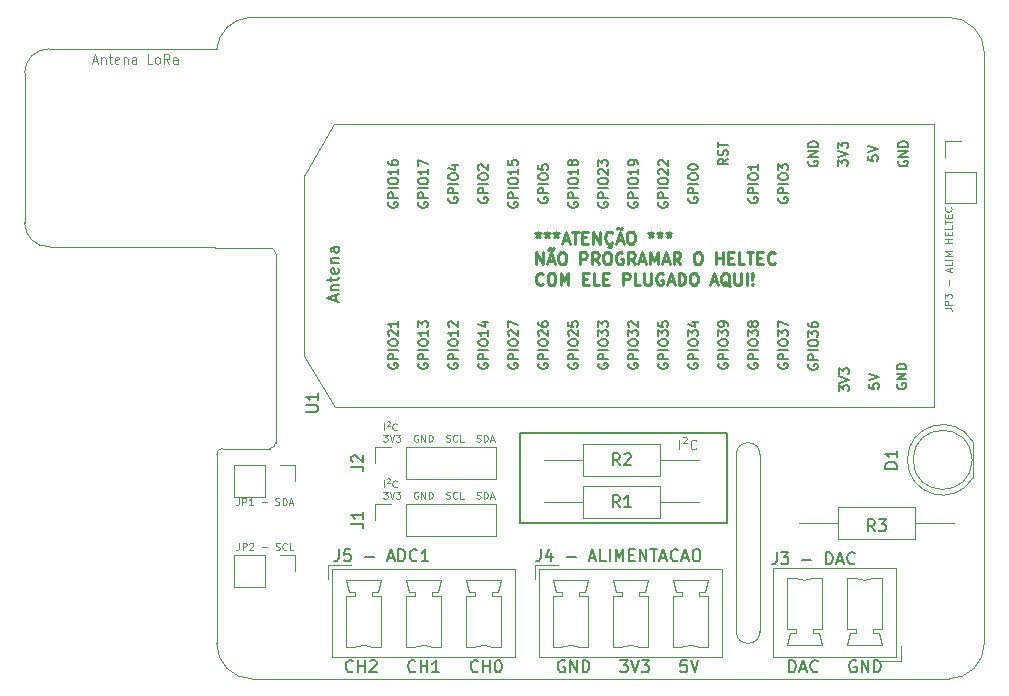
<source format=gbr>
%TF.GenerationSoftware,KiCad,Pcbnew,5.1.5+dfsg1-2build2*%
%TF.CreationDate,2021-04-13T00:34:59-04:00*%
%TF.ProjectId,rasp_heltec_lora_hat,72617370-5f68-4656-9c74-65635f6c6f72,rev?*%
%TF.SameCoordinates,PXbebc200PY8f0d180*%
%TF.FileFunction,Legend,Top*%
%TF.FilePolarity,Positive*%
%FSLAX46Y46*%
G04 Gerber Fmt 4.6, Leading zero omitted, Abs format (unit mm)*
G04 Created by KiCad (PCBNEW 5.1.5+dfsg1-2build2) date 2021-04-13 00:34:59*
%MOMM*%
%LPD*%
G04 APERTURE LIST*
%TA.AperFunction,Profile*%
%ADD10C,0.100000*%
%TD*%
%ADD11C,0.070000*%
%ADD12C,0.150000*%
%ADD13C,0.100000*%
%ADD14C,0.250000*%
%ADD15C,0.120000*%
G04 APERTURE END LIST*
D10*
X-190000Y36578171D02*
X-40000Y36500000D01*
X-14130098Y36578171D02*
X-190000Y36578171D01*
D11*
X14158357Y16215572D02*
X14158357Y16815572D01*
X14415500Y16958429D02*
X14472642Y16987000D01*
X14558357Y16987000D01*
X14615500Y16958429D01*
X14644071Y16901286D01*
X14644071Y16844143D01*
X14615500Y16787000D01*
X14415500Y16587000D01*
X14644071Y16587000D01*
X15244071Y16272715D02*
X15215500Y16244143D01*
X15129785Y16215572D01*
X15072642Y16215572D01*
X14986928Y16244143D01*
X14929785Y16301286D01*
X14901214Y16358429D01*
X14872642Y16472715D01*
X14872642Y16558429D01*
X14901214Y16672715D01*
X14929785Y16729858D01*
X14986928Y16787000D01*
X15072642Y16815572D01*
X15129785Y16815572D01*
X15215500Y16787000D01*
X15244071Y16758429D01*
X14101214Y15845572D02*
X14472642Y15845572D01*
X14272642Y15617000D01*
X14358357Y15617000D01*
X14415500Y15588429D01*
X14444071Y15559858D01*
X14472642Y15502715D01*
X14472642Y15359858D01*
X14444071Y15302715D01*
X14415500Y15274143D01*
X14358357Y15245572D01*
X14186928Y15245572D01*
X14129785Y15274143D01*
X14101214Y15302715D01*
X14644071Y15845572D02*
X14844071Y15245572D01*
X15044071Y15845572D01*
X15186928Y15845572D02*
X15558357Y15845572D01*
X15358357Y15617000D01*
X15444071Y15617000D01*
X15501214Y15588429D01*
X15529785Y15559858D01*
X15558357Y15502715D01*
X15558357Y15359858D01*
X15529785Y15302715D01*
X15501214Y15274143D01*
X15444071Y15245572D01*
X15272642Y15245572D01*
X15215500Y15274143D01*
X15186928Y15302715D01*
X17044071Y15817000D02*
X16986928Y15845572D01*
X16901214Y15845572D01*
X16815500Y15817000D01*
X16758357Y15759858D01*
X16729785Y15702715D01*
X16701214Y15588429D01*
X16701214Y15502715D01*
X16729785Y15388429D01*
X16758357Y15331286D01*
X16815500Y15274143D01*
X16901214Y15245572D01*
X16958357Y15245572D01*
X17044071Y15274143D01*
X17072642Y15302715D01*
X17072642Y15502715D01*
X16958357Y15502715D01*
X17329785Y15245572D02*
X17329785Y15845572D01*
X17672642Y15245572D01*
X17672642Y15845572D01*
X17958357Y15245572D02*
X17958357Y15845572D01*
X18101214Y15845572D01*
X18186928Y15817000D01*
X18244071Y15759858D01*
X18272642Y15702715D01*
X18301214Y15588429D01*
X18301214Y15502715D01*
X18272642Y15388429D01*
X18244071Y15331286D01*
X18186928Y15274143D01*
X18101214Y15245572D01*
X17958357Y15245572D01*
X19444071Y15274143D02*
X19529785Y15245572D01*
X19672642Y15245572D01*
X19729785Y15274143D01*
X19758357Y15302715D01*
X19786928Y15359858D01*
X19786928Y15417000D01*
X19758357Y15474143D01*
X19729785Y15502715D01*
X19672642Y15531286D01*
X19558357Y15559858D01*
X19501214Y15588429D01*
X19472642Y15617000D01*
X19444071Y15674143D01*
X19444071Y15731286D01*
X19472642Y15788429D01*
X19501214Y15817000D01*
X19558357Y15845572D01*
X19701214Y15845572D01*
X19786928Y15817000D01*
X20386928Y15302715D02*
X20358357Y15274143D01*
X20272642Y15245572D01*
X20215500Y15245572D01*
X20129785Y15274143D01*
X20072642Y15331286D01*
X20044071Y15388429D01*
X20015500Y15502715D01*
X20015500Y15588429D01*
X20044071Y15702715D01*
X20072642Y15759858D01*
X20129785Y15817000D01*
X20215500Y15845572D01*
X20272642Y15845572D01*
X20358357Y15817000D01*
X20386928Y15788429D01*
X20929785Y15245572D02*
X20644071Y15245572D01*
X20644071Y15845572D01*
X22015500Y15274143D02*
X22101214Y15245572D01*
X22244071Y15245572D01*
X22301214Y15274143D01*
X22329785Y15302715D01*
X22358357Y15359858D01*
X22358357Y15417000D01*
X22329785Y15474143D01*
X22301214Y15502715D01*
X22244071Y15531286D01*
X22129785Y15559858D01*
X22072642Y15588429D01*
X22044071Y15617000D01*
X22015500Y15674143D01*
X22015500Y15731286D01*
X22044071Y15788429D01*
X22072642Y15817000D01*
X22129785Y15845572D01*
X22272642Y15845572D01*
X22358357Y15817000D01*
X22615500Y15245572D02*
X22615500Y15845572D01*
X22758357Y15845572D01*
X22844071Y15817000D01*
X22901214Y15759858D01*
X22929785Y15702715D01*
X22958357Y15588429D01*
X22958357Y15502715D01*
X22929785Y15388429D01*
X22901214Y15331286D01*
X22844071Y15274143D01*
X22758357Y15245572D01*
X22615500Y15245572D01*
X23186928Y15417000D02*
X23472642Y15417000D01*
X23129785Y15245572D02*
X23329785Y15845572D01*
X23529785Y15245572D01*
X14158357Y21041572D02*
X14158357Y21641572D01*
X14415500Y21784429D02*
X14472642Y21813000D01*
X14558357Y21813000D01*
X14615500Y21784429D01*
X14644071Y21727286D01*
X14644071Y21670143D01*
X14615500Y21613000D01*
X14415500Y21413000D01*
X14644071Y21413000D01*
X15244071Y21098715D02*
X15215500Y21070143D01*
X15129785Y21041572D01*
X15072642Y21041572D01*
X14986928Y21070143D01*
X14929785Y21127286D01*
X14901214Y21184429D01*
X14872642Y21298715D01*
X14872642Y21384429D01*
X14901214Y21498715D01*
X14929785Y21555858D01*
X14986928Y21613000D01*
X15072642Y21641572D01*
X15129785Y21641572D01*
X15215500Y21613000D01*
X15244071Y21584429D01*
X14101214Y20671572D02*
X14472642Y20671572D01*
X14272642Y20443000D01*
X14358357Y20443000D01*
X14415500Y20414429D01*
X14444071Y20385858D01*
X14472642Y20328715D01*
X14472642Y20185858D01*
X14444071Y20128715D01*
X14415500Y20100143D01*
X14358357Y20071572D01*
X14186928Y20071572D01*
X14129785Y20100143D01*
X14101214Y20128715D01*
X14644071Y20671572D02*
X14844071Y20071572D01*
X15044071Y20671572D01*
X15186928Y20671572D02*
X15558357Y20671572D01*
X15358357Y20443000D01*
X15444071Y20443000D01*
X15501214Y20414429D01*
X15529785Y20385858D01*
X15558357Y20328715D01*
X15558357Y20185858D01*
X15529785Y20128715D01*
X15501214Y20100143D01*
X15444071Y20071572D01*
X15272642Y20071572D01*
X15215500Y20100143D01*
X15186928Y20128715D01*
X17044071Y20643000D02*
X16986928Y20671572D01*
X16901214Y20671572D01*
X16815500Y20643000D01*
X16758357Y20585858D01*
X16729785Y20528715D01*
X16701214Y20414429D01*
X16701214Y20328715D01*
X16729785Y20214429D01*
X16758357Y20157286D01*
X16815500Y20100143D01*
X16901214Y20071572D01*
X16958357Y20071572D01*
X17044071Y20100143D01*
X17072642Y20128715D01*
X17072642Y20328715D01*
X16958357Y20328715D01*
X17329785Y20071572D02*
X17329785Y20671572D01*
X17672642Y20071572D01*
X17672642Y20671572D01*
X17958357Y20071572D02*
X17958357Y20671572D01*
X18101214Y20671572D01*
X18186928Y20643000D01*
X18244071Y20585858D01*
X18272642Y20528715D01*
X18301214Y20414429D01*
X18301214Y20328715D01*
X18272642Y20214429D01*
X18244071Y20157286D01*
X18186928Y20100143D01*
X18101214Y20071572D01*
X17958357Y20071572D01*
X19444071Y20100143D02*
X19529785Y20071572D01*
X19672642Y20071572D01*
X19729785Y20100143D01*
X19758357Y20128715D01*
X19786928Y20185858D01*
X19786928Y20243000D01*
X19758357Y20300143D01*
X19729785Y20328715D01*
X19672642Y20357286D01*
X19558357Y20385858D01*
X19501214Y20414429D01*
X19472642Y20443000D01*
X19444071Y20500143D01*
X19444071Y20557286D01*
X19472642Y20614429D01*
X19501214Y20643000D01*
X19558357Y20671572D01*
X19701214Y20671572D01*
X19786928Y20643000D01*
X20386928Y20128715D02*
X20358357Y20100143D01*
X20272642Y20071572D01*
X20215500Y20071572D01*
X20129785Y20100143D01*
X20072642Y20157286D01*
X20044071Y20214429D01*
X20015500Y20328715D01*
X20015500Y20414429D01*
X20044071Y20528715D01*
X20072642Y20585858D01*
X20129785Y20643000D01*
X20215500Y20671572D01*
X20272642Y20671572D01*
X20358357Y20643000D01*
X20386928Y20614429D01*
X20929785Y20071572D02*
X20644071Y20071572D01*
X20644071Y20671572D01*
X22015500Y20100143D02*
X22101214Y20071572D01*
X22244071Y20071572D01*
X22301214Y20100143D01*
X22329785Y20128715D01*
X22358357Y20185858D01*
X22358357Y20243000D01*
X22329785Y20300143D01*
X22301214Y20328715D01*
X22244071Y20357286D01*
X22129785Y20385858D01*
X22072642Y20414429D01*
X22044071Y20443000D01*
X22015500Y20500143D01*
X22015500Y20557286D01*
X22044071Y20614429D01*
X22072642Y20643000D01*
X22129785Y20671572D01*
X22272642Y20671572D01*
X22358357Y20643000D01*
X22615500Y20071572D02*
X22615500Y20671572D01*
X22758357Y20671572D01*
X22844071Y20643000D01*
X22901214Y20585858D01*
X22929785Y20528715D01*
X22958357Y20414429D01*
X22958357Y20328715D01*
X22929785Y20214429D01*
X22901214Y20157286D01*
X22844071Y20100143D01*
X22758357Y20071572D01*
X22615500Y20071572D01*
X23186928Y20243000D02*
X23472642Y20243000D01*
X23129785Y20071572D02*
X23329785Y20671572D01*
X23529785Y20071572D01*
D12*
X43180000Y20574000D02*
X43180000Y20828000D01*
X25654000Y20828000D02*
X43180000Y20828000D01*
X43180000Y13208000D02*
X43180000Y20574000D01*
X25654000Y13208000D02*
X43180000Y13208000D01*
X25654000Y20828000D02*
X25654000Y13208000D01*
D13*
X39173238Y19450096D02*
X39173238Y20250096D01*
X39516095Y20440572D02*
X39592285Y20478667D01*
X39706571Y20478667D01*
X39782761Y20440572D01*
X39820857Y20364381D01*
X39820857Y20288191D01*
X39782761Y20212000D01*
X39516095Y19945334D01*
X39820857Y19945334D01*
X40620857Y19526286D02*
X40582761Y19488191D01*
X40468476Y19450096D01*
X40392285Y19450096D01*
X40278000Y19488191D01*
X40201809Y19564381D01*
X40163714Y19640572D01*
X40125619Y19792953D01*
X40125619Y19907239D01*
X40163714Y20059620D01*
X40201809Y20135810D01*
X40278000Y20212000D01*
X40392285Y20250096D01*
X40468476Y20250096D01*
X40582761Y20212000D01*
X40620857Y20173905D01*
D14*
X27213452Y37857620D02*
X27213452Y37619524D01*
X26975357Y37714762D02*
X27213452Y37619524D01*
X27451547Y37714762D01*
X27070595Y37429048D02*
X27213452Y37619524D01*
X27356309Y37429048D01*
X27975357Y37857620D02*
X27975357Y37619524D01*
X27737261Y37714762D02*
X27975357Y37619524D01*
X28213452Y37714762D01*
X27832500Y37429048D02*
X27975357Y37619524D01*
X28118214Y37429048D01*
X28737261Y37857620D02*
X28737261Y37619524D01*
X28499166Y37714762D02*
X28737261Y37619524D01*
X28975357Y37714762D01*
X28594404Y37429048D02*
X28737261Y37619524D01*
X28880119Y37429048D01*
X29308690Y37143334D02*
X29784880Y37143334D01*
X29213452Y36857620D02*
X29546785Y37857620D01*
X29880119Y36857620D01*
X30070595Y37857620D02*
X30642023Y37857620D01*
X30356309Y36857620D02*
X30356309Y37857620D01*
X30975357Y37381429D02*
X31308690Y37381429D01*
X31451547Y36857620D02*
X30975357Y36857620D01*
X30975357Y37857620D01*
X31451547Y37857620D01*
X31880119Y36857620D02*
X31880119Y37857620D01*
X32451547Y36857620D01*
X32451547Y37857620D01*
X33499166Y36952858D02*
X33451547Y36905239D01*
X33308690Y36857620D01*
X33213452Y36857620D01*
X33070595Y36905239D01*
X32975357Y37000477D01*
X32927738Y37095715D01*
X32880119Y37286191D01*
X32880119Y37429048D01*
X32927738Y37619524D01*
X32975357Y37714762D01*
X33070595Y37810000D01*
X33213452Y37857620D01*
X33308690Y37857620D01*
X33451547Y37810000D01*
X33499166Y37762381D01*
X33261071Y36810000D02*
X33356309Y36762381D01*
X33403928Y36667143D01*
X33356309Y36571905D01*
X33261071Y36524286D01*
X33118214Y36524286D01*
X33880119Y37143334D02*
X34356309Y37143334D01*
X33784880Y36857620D02*
X34118214Y37857620D01*
X34451547Y36857620D01*
X33880119Y38095715D02*
X33927738Y38143334D01*
X34022976Y38190953D01*
X34213452Y38095715D01*
X34308690Y38143334D01*
X34356309Y38190953D01*
X34975357Y37857620D02*
X35165833Y37857620D01*
X35261071Y37810000D01*
X35356309Y37714762D01*
X35403928Y37524286D01*
X35403928Y37190953D01*
X35356309Y37000477D01*
X35261071Y36905239D01*
X35165833Y36857620D01*
X34975357Y36857620D01*
X34880119Y36905239D01*
X34784880Y37000477D01*
X34737261Y37190953D01*
X34737261Y37524286D01*
X34784880Y37714762D01*
X34880119Y37810000D01*
X34975357Y37857620D01*
X36737261Y37857620D02*
X36737261Y37619524D01*
X36499166Y37714762D02*
X36737261Y37619524D01*
X36975357Y37714762D01*
X36594404Y37429048D02*
X36737261Y37619524D01*
X36880119Y37429048D01*
X37499166Y37857620D02*
X37499166Y37619524D01*
X37261071Y37714762D02*
X37499166Y37619524D01*
X37737261Y37714762D01*
X37356309Y37429048D02*
X37499166Y37619524D01*
X37642023Y37429048D01*
X38261071Y37857620D02*
X38261071Y37619524D01*
X38022976Y37714762D02*
X38261071Y37619524D01*
X38499166Y37714762D01*
X38118214Y37429048D02*
X38261071Y37619524D01*
X38403928Y37429048D01*
X27070595Y35107620D02*
X27070595Y36107620D01*
X27642023Y35107620D01*
X27642023Y36107620D01*
X28070595Y35393334D02*
X28546785Y35393334D01*
X27975357Y35107620D02*
X28308690Y36107620D01*
X28642023Y35107620D01*
X28070595Y36345715D02*
X28118214Y36393334D01*
X28213452Y36440953D01*
X28403928Y36345715D01*
X28499166Y36393334D01*
X28546785Y36440953D01*
X29165833Y36107620D02*
X29356309Y36107620D01*
X29451547Y36060000D01*
X29546785Y35964762D01*
X29594404Y35774286D01*
X29594404Y35440953D01*
X29546785Y35250477D01*
X29451547Y35155239D01*
X29356309Y35107620D01*
X29165833Y35107620D01*
X29070595Y35155239D01*
X28975357Y35250477D01*
X28927738Y35440953D01*
X28927738Y35774286D01*
X28975357Y35964762D01*
X29070595Y36060000D01*
X29165833Y36107620D01*
X30784880Y35107620D02*
X30784880Y36107620D01*
X31165833Y36107620D01*
X31261071Y36060000D01*
X31308690Y36012381D01*
X31356309Y35917143D01*
X31356309Y35774286D01*
X31308690Y35679048D01*
X31261071Y35631429D01*
X31165833Y35583810D01*
X30784880Y35583810D01*
X32356309Y35107620D02*
X32022976Y35583810D01*
X31784880Y35107620D02*
X31784880Y36107620D01*
X32165833Y36107620D01*
X32261071Y36060000D01*
X32308690Y36012381D01*
X32356309Y35917143D01*
X32356309Y35774286D01*
X32308690Y35679048D01*
X32261071Y35631429D01*
X32165833Y35583810D01*
X31784880Y35583810D01*
X32975357Y36107620D02*
X33165833Y36107620D01*
X33261071Y36060000D01*
X33356309Y35964762D01*
X33403928Y35774286D01*
X33403928Y35440953D01*
X33356309Y35250477D01*
X33261071Y35155239D01*
X33165833Y35107620D01*
X32975357Y35107620D01*
X32880119Y35155239D01*
X32784880Y35250477D01*
X32737261Y35440953D01*
X32737261Y35774286D01*
X32784880Y35964762D01*
X32880119Y36060000D01*
X32975357Y36107620D01*
X34356309Y36060000D02*
X34261071Y36107620D01*
X34118214Y36107620D01*
X33975357Y36060000D01*
X33880119Y35964762D01*
X33832500Y35869524D01*
X33784880Y35679048D01*
X33784880Y35536191D01*
X33832500Y35345715D01*
X33880119Y35250477D01*
X33975357Y35155239D01*
X34118214Y35107620D01*
X34213452Y35107620D01*
X34356309Y35155239D01*
X34403928Y35202858D01*
X34403928Y35536191D01*
X34213452Y35536191D01*
X35403928Y35107620D02*
X35070595Y35583810D01*
X34832500Y35107620D02*
X34832500Y36107620D01*
X35213452Y36107620D01*
X35308690Y36060000D01*
X35356309Y36012381D01*
X35403928Y35917143D01*
X35403928Y35774286D01*
X35356309Y35679048D01*
X35308690Y35631429D01*
X35213452Y35583810D01*
X34832500Y35583810D01*
X35784880Y35393334D02*
X36261071Y35393334D01*
X35689642Y35107620D02*
X36022976Y36107620D01*
X36356309Y35107620D01*
X36689642Y35107620D02*
X36689642Y36107620D01*
X37022976Y35393334D01*
X37356309Y36107620D01*
X37356309Y35107620D01*
X37784880Y35393334D02*
X38261071Y35393334D01*
X37689642Y35107620D02*
X38022976Y36107620D01*
X38356309Y35107620D01*
X39261071Y35107620D02*
X38927738Y35583810D01*
X38689642Y35107620D02*
X38689642Y36107620D01*
X39070595Y36107620D01*
X39165833Y36060000D01*
X39213452Y36012381D01*
X39261071Y35917143D01*
X39261071Y35774286D01*
X39213452Y35679048D01*
X39165833Y35631429D01*
X39070595Y35583810D01*
X38689642Y35583810D01*
X40642023Y36107620D02*
X40832500Y36107620D01*
X40927738Y36060000D01*
X41022976Y35964762D01*
X41070595Y35774286D01*
X41070595Y35440953D01*
X41022976Y35250477D01*
X40927738Y35155239D01*
X40832500Y35107620D01*
X40642023Y35107620D01*
X40546785Y35155239D01*
X40451547Y35250477D01*
X40403928Y35440953D01*
X40403928Y35774286D01*
X40451547Y35964762D01*
X40546785Y36060000D01*
X40642023Y36107620D01*
X42261071Y35107620D02*
X42261071Y36107620D01*
X42261071Y35631429D02*
X42832500Y35631429D01*
X42832500Y35107620D02*
X42832500Y36107620D01*
X43308690Y35631429D02*
X43642023Y35631429D01*
X43784880Y35107620D02*
X43308690Y35107620D01*
X43308690Y36107620D01*
X43784880Y36107620D01*
X44689642Y35107620D02*
X44213452Y35107620D01*
X44213452Y36107620D01*
X44880119Y36107620D02*
X45451547Y36107620D01*
X45165833Y35107620D02*
X45165833Y36107620D01*
X45784880Y35631429D02*
X46118214Y35631429D01*
X46261071Y35107620D02*
X45784880Y35107620D01*
X45784880Y36107620D01*
X46261071Y36107620D01*
X47261071Y35202858D02*
X47213452Y35155239D01*
X47070595Y35107620D01*
X46975357Y35107620D01*
X46832500Y35155239D01*
X46737261Y35250477D01*
X46689642Y35345715D01*
X46642023Y35536191D01*
X46642023Y35679048D01*
X46689642Y35869524D01*
X46737261Y35964762D01*
X46832500Y36060000D01*
X46975357Y36107620D01*
X47070595Y36107620D01*
X47213452Y36060000D01*
X47261071Y36012381D01*
X27642023Y33452858D02*
X27594404Y33405239D01*
X27451547Y33357620D01*
X27356309Y33357620D01*
X27213452Y33405239D01*
X27118214Y33500477D01*
X27070595Y33595715D01*
X27022976Y33786191D01*
X27022976Y33929048D01*
X27070595Y34119524D01*
X27118214Y34214762D01*
X27213452Y34310000D01*
X27356309Y34357620D01*
X27451547Y34357620D01*
X27594404Y34310000D01*
X27642023Y34262381D01*
X28261071Y34357620D02*
X28451547Y34357620D01*
X28546785Y34310000D01*
X28642023Y34214762D01*
X28689642Y34024286D01*
X28689642Y33690953D01*
X28642023Y33500477D01*
X28546785Y33405239D01*
X28451547Y33357620D01*
X28261071Y33357620D01*
X28165833Y33405239D01*
X28070595Y33500477D01*
X28022976Y33690953D01*
X28022976Y34024286D01*
X28070595Y34214762D01*
X28165833Y34310000D01*
X28261071Y34357620D01*
X29118214Y33357620D02*
X29118214Y34357620D01*
X29451547Y33643334D01*
X29784880Y34357620D01*
X29784880Y33357620D01*
X31022976Y33881429D02*
X31356309Y33881429D01*
X31499166Y33357620D02*
X31022976Y33357620D01*
X31022976Y34357620D01*
X31499166Y34357620D01*
X32403928Y33357620D02*
X31927738Y33357620D01*
X31927738Y34357620D01*
X32737261Y33881429D02*
X33070595Y33881429D01*
X33213452Y33357620D02*
X32737261Y33357620D01*
X32737261Y34357620D01*
X33213452Y34357620D01*
X34403928Y33357620D02*
X34403928Y34357620D01*
X34784880Y34357620D01*
X34880119Y34310000D01*
X34927738Y34262381D01*
X34975357Y34167143D01*
X34975357Y34024286D01*
X34927738Y33929048D01*
X34880119Y33881429D01*
X34784880Y33833810D01*
X34403928Y33833810D01*
X35880119Y33357620D02*
X35403928Y33357620D01*
X35403928Y34357620D01*
X36213452Y34357620D02*
X36213452Y33548096D01*
X36261071Y33452858D01*
X36308690Y33405239D01*
X36403928Y33357620D01*
X36594404Y33357620D01*
X36689642Y33405239D01*
X36737261Y33452858D01*
X36784880Y33548096D01*
X36784880Y34357620D01*
X37784880Y34310000D02*
X37689642Y34357620D01*
X37546785Y34357620D01*
X37403928Y34310000D01*
X37308690Y34214762D01*
X37261071Y34119524D01*
X37213452Y33929048D01*
X37213452Y33786191D01*
X37261071Y33595715D01*
X37308690Y33500477D01*
X37403928Y33405239D01*
X37546785Y33357620D01*
X37642023Y33357620D01*
X37784880Y33405239D01*
X37832500Y33452858D01*
X37832500Y33786191D01*
X37642023Y33786191D01*
X38213452Y33643334D02*
X38689642Y33643334D01*
X38118214Y33357620D02*
X38451547Y34357620D01*
X38784880Y33357620D01*
X39118214Y33357620D02*
X39118214Y34357620D01*
X39356309Y34357620D01*
X39499166Y34310000D01*
X39594404Y34214762D01*
X39642023Y34119524D01*
X39689642Y33929048D01*
X39689642Y33786191D01*
X39642023Y33595715D01*
X39594404Y33500477D01*
X39499166Y33405239D01*
X39356309Y33357620D01*
X39118214Y33357620D01*
X40308690Y34357620D02*
X40499166Y34357620D01*
X40594404Y34310000D01*
X40689642Y34214762D01*
X40737261Y34024286D01*
X40737261Y33690953D01*
X40689642Y33500477D01*
X40594404Y33405239D01*
X40499166Y33357620D01*
X40308690Y33357620D01*
X40213452Y33405239D01*
X40118214Y33500477D01*
X40070595Y33690953D01*
X40070595Y34024286D01*
X40118214Y34214762D01*
X40213452Y34310000D01*
X40308690Y34357620D01*
X41880119Y33643334D02*
X42356309Y33643334D01*
X41784880Y33357620D02*
X42118214Y34357620D01*
X42451547Y33357620D01*
X43451547Y33262381D02*
X43356309Y33310000D01*
X43261071Y33405239D01*
X43118214Y33548096D01*
X43022976Y33595715D01*
X42927738Y33595715D01*
X42975357Y33357620D02*
X42880119Y33405239D01*
X42784880Y33500477D01*
X42737261Y33690953D01*
X42737261Y34024286D01*
X42784880Y34214762D01*
X42880119Y34310000D01*
X42975357Y34357620D01*
X43165833Y34357620D01*
X43261071Y34310000D01*
X43356309Y34214762D01*
X43403928Y34024286D01*
X43403928Y33690953D01*
X43356309Y33500477D01*
X43261071Y33405239D01*
X43165833Y33357620D01*
X42975357Y33357620D01*
X43832500Y34357620D02*
X43832500Y33548096D01*
X43880119Y33452858D01*
X43927738Y33405239D01*
X44022976Y33357620D01*
X44213452Y33357620D01*
X44308690Y33405239D01*
X44356309Y33452858D01*
X44403928Y33548096D01*
X44403928Y34357620D01*
X44880119Y33357620D02*
X44880119Y34357620D01*
X45356309Y33452858D02*
X45403928Y33405239D01*
X45356309Y33357620D01*
X45308690Y33405239D01*
X45356309Y33452858D01*
X45356309Y33357620D01*
X45356309Y33738572D02*
X45308690Y34310000D01*
X45356309Y34357620D01*
X45403928Y34310000D01*
X45356309Y33738572D01*
X45356309Y34357620D01*
D10*
X-14130098Y36578171D02*
G75*
G02X-16256000Y38608000I-93902J2029829D01*
G01*
X-16256000Y51308000D02*
G75*
G02X-14224000Y53340000I2032000J0D01*
G01*
X-40000Y36500000D02*
X500000Y36500000D01*
X-16256000Y51308000D02*
X-16256000Y38608000D01*
X0Y53340000D02*
X-14224000Y53340000D01*
D12*
X11549809Y658858D02*
X11502190Y611239D01*
X11359333Y563620D01*
X11264095Y563620D01*
X11121238Y611239D01*
X11026000Y706477D01*
X10978380Y801715D01*
X10930761Y992191D01*
X10930761Y1135048D01*
X10978380Y1325524D01*
X11026000Y1420762D01*
X11121238Y1516000D01*
X11264095Y1563620D01*
X11359333Y1563620D01*
X11502190Y1516000D01*
X11549809Y1468381D01*
X11978380Y563620D02*
X11978380Y1563620D01*
X11978380Y1087429D02*
X12549809Y1087429D01*
X12549809Y563620D02*
X12549809Y1563620D01*
X12978380Y1468381D02*
X13026000Y1516000D01*
X13121238Y1563620D01*
X13359333Y1563620D01*
X13454571Y1516000D01*
X13502190Y1468381D01*
X13549809Y1373143D01*
X13549809Y1277905D01*
X13502190Y1135048D01*
X12930761Y563620D01*
X13549809Y563620D01*
X16835523Y658858D02*
X16787904Y611239D01*
X16645047Y563620D01*
X16549809Y563620D01*
X16406952Y611239D01*
X16311714Y706477D01*
X16264095Y801715D01*
X16216476Y992191D01*
X16216476Y1135048D01*
X16264095Y1325524D01*
X16311714Y1420762D01*
X16406952Y1516000D01*
X16549809Y1563620D01*
X16645047Y1563620D01*
X16787904Y1516000D01*
X16835523Y1468381D01*
X17264095Y563620D02*
X17264095Y1563620D01*
X17264095Y1087429D02*
X17835523Y1087429D01*
X17835523Y563620D02*
X17835523Y1563620D01*
X18835523Y563620D02*
X18264095Y563620D01*
X18549809Y563620D02*
X18549809Y1563620D01*
X18454571Y1420762D01*
X18359333Y1325524D01*
X18264095Y1277905D01*
X22121238Y658858D02*
X22073619Y611239D01*
X21930761Y563620D01*
X21835523Y563620D01*
X21692666Y611239D01*
X21597428Y706477D01*
X21549809Y801715D01*
X21502190Y992191D01*
X21502190Y1135048D01*
X21549809Y1325524D01*
X21597428Y1420762D01*
X21692666Y1516000D01*
X21835523Y1563620D01*
X21930761Y1563620D01*
X22073619Y1516000D01*
X22121238Y1468381D01*
X22549809Y563620D02*
X22549809Y1563620D01*
X22549809Y1087429D02*
X23121238Y1087429D01*
X23121238Y563620D02*
X23121238Y1563620D01*
X23787904Y1563620D02*
X23883142Y1563620D01*
X23978380Y1516000D01*
X24026000Y1468381D01*
X24073619Y1373143D01*
X24121238Y1182667D01*
X24121238Y944572D01*
X24073619Y754096D01*
X24026000Y658858D01*
X23978380Y611239D01*
X23883142Y563620D01*
X23787904Y563620D01*
X23692666Y611239D01*
X23645047Y658858D01*
X23597428Y754096D01*
X23549809Y944572D01*
X23549809Y1182667D01*
X23597428Y1373143D01*
X23645047Y1468381D01*
X23692666Y1516000D01*
X23787904Y1563620D01*
X29464666Y1516000D02*
X29369428Y1563620D01*
X29226571Y1563620D01*
X29083714Y1516000D01*
X28988476Y1420762D01*
X28940857Y1325524D01*
X28893238Y1135048D01*
X28893238Y992191D01*
X28940857Y801715D01*
X28988476Y706477D01*
X29083714Y611239D01*
X29226571Y563620D01*
X29321809Y563620D01*
X29464666Y611239D01*
X29512285Y658858D01*
X29512285Y992191D01*
X29321809Y992191D01*
X29940857Y563620D02*
X29940857Y1563620D01*
X30512285Y563620D01*
X30512285Y1563620D01*
X30988476Y563620D02*
X30988476Y1563620D01*
X31226571Y1563620D01*
X31369428Y1516000D01*
X31464666Y1420762D01*
X31512285Y1325524D01*
X31559904Y1135048D01*
X31559904Y992191D01*
X31512285Y801715D01*
X31464666Y706477D01*
X31369428Y611239D01*
X31226571Y563620D01*
X30988476Y563620D01*
X34178952Y1563620D02*
X34798000Y1563620D01*
X34464666Y1182667D01*
X34607523Y1182667D01*
X34702761Y1135048D01*
X34750380Y1087429D01*
X34798000Y992191D01*
X34798000Y754096D01*
X34750380Y658858D01*
X34702761Y611239D01*
X34607523Y563620D01*
X34321809Y563620D01*
X34226571Y611239D01*
X34178952Y658858D01*
X35083714Y1563620D02*
X35417047Y563620D01*
X35750380Y1563620D01*
X35988476Y1563620D02*
X36607523Y1563620D01*
X36274190Y1182667D01*
X36417047Y1182667D01*
X36512285Y1135048D01*
X36559904Y1087429D01*
X36607523Y992191D01*
X36607523Y754096D01*
X36559904Y658858D01*
X36512285Y611239D01*
X36417047Y563620D01*
X36131333Y563620D01*
X36036095Y611239D01*
X35988476Y658858D01*
X39798000Y1563620D02*
X39321809Y1563620D01*
X39274190Y1087429D01*
X39321809Y1135048D01*
X39417047Y1182667D01*
X39655142Y1182667D01*
X39750380Y1135048D01*
X39798000Y1087429D01*
X39845619Y992191D01*
X39845619Y754096D01*
X39798000Y658858D01*
X39750380Y611239D01*
X39655142Y563620D01*
X39417047Y563620D01*
X39321809Y611239D01*
X39274190Y658858D01*
X40131333Y1563620D02*
X40464666Y563620D01*
X40798000Y1563620D01*
X48466857Y563620D02*
X48466857Y1563620D01*
X48704952Y1563620D01*
X48847809Y1516000D01*
X48943047Y1420762D01*
X48990666Y1325524D01*
X49038285Y1135048D01*
X49038285Y992191D01*
X48990666Y801715D01*
X48943047Y706477D01*
X48847809Y611239D01*
X48704952Y563620D01*
X48466857Y563620D01*
X49419238Y849334D02*
X49895428Y849334D01*
X49324000Y563620D02*
X49657333Y1563620D01*
X49990666Y563620D01*
X50895428Y658858D02*
X50847809Y611239D01*
X50704952Y563620D01*
X50609714Y563620D01*
X50466857Y611239D01*
X50371619Y706477D01*
X50324000Y801715D01*
X50276380Y992191D01*
X50276380Y1135048D01*
X50324000Y1325524D01*
X50371619Y1420762D01*
X50466857Y1516000D01*
X50609714Y1563620D01*
X50704952Y1563620D01*
X50847809Y1516000D01*
X50895428Y1468381D01*
X54133523Y1516000D02*
X54038285Y1563620D01*
X53895428Y1563620D01*
X53752571Y1516000D01*
X53657333Y1420762D01*
X53609714Y1325524D01*
X53562095Y1135048D01*
X53562095Y992191D01*
X53609714Y801715D01*
X53657333Y706477D01*
X53752571Y611239D01*
X53895428Y563620D01*
X53990666Y563620D01*
X54133523Y611239D01*
X54181142Y658858D01*
X54181142Y992191D01*
X53990666Y992191D01*
X54609714Y563620D02*
X54609714Y1563620D01*
X55181142Y563620D01*
X55181142Y1563620D01*
X55657333Y563620D02*
X55657333Y1563620D01*
X55895428Y1563620D01*
X56038285Y1516000D01*
X56133523Y1420762D01*
X56181142Y1325524D01*
X56228761Y1135048D01*
X56228761Y992191D01*
X56181142Y801715D01*
X56133523Y706477D01*
X56038285Y611239D01*
X55895428Y563620D01*
X55657333Y563620D01*
D10*
X44000000Y4000000D02*
X44000000Y19000000D01*
X46000000Y19000000D02*
X46000000Y4000000D01*
X46000000Y19000000D02*
G75*
G03X44000000Y19000000I-1000000J0D01*
G01*
X44000000Y4000000D02*
G75*
G03X46000000Y4000000I1000000J0D01*
G01*
X499127Y19499999D02*
G75*
G03X0Y19000000I873J-499999D01*
G01*
X4500000Y19500000D02*
G75*
G03X5000000Y20000000I0J500000D01*
G01*
X5000000Y36000000D02*
G75*
G03X4500000Y36500000I-500000J0D01*
G01*
X65000000Y53000000D02*
G75*
G03X62000000Y56000000I-3000000J0D01*
G01*
X62000000Y0D02*
G75*
G03X65000000Y3000000I0J3000000D01*
G01*
X0Y3000000D02*
G75*
G03X3000000Y0I3000000J0D01*
G01*
X2794452Y56012200D02*
G75*
G03X0Y53340000I205548J-3012200D01*
G01*
X62000000Y56000000D02*
X2794452Y56012200D01*
X4500000Y19500000D02*
X500000Y19500000D01*
X5000000Y36000000D02*
X5000000Y20000000D01*
X500000Y36500000D02*
X4500000Y36500000D01*
X65000000Y3000000D02*
X65000000Y53000000D01*
X3000000Y0D02*
X62000000Y0D01*
X0Y19000000D02*
X0Y3000000D01*
D15*
%TO.C,D1*%
X64028000Y16997000D02*
X64028000Y20087000D01*
X63968000Y18542000D02*
G75*
G03X63968000Y18542000I-2500000J0D01*
G01*
X58478000Y18542462D02*
G75*
G03X64028000Y16997170I2990000J-462D01*
G01*
X58478000Y18541538D02*
G75*
G02X64028000Y20086830I2990000J462D01*
G01*
%TO.C,J1*%
X16002000Y12132000D02*
X16002000Y14792000D01*
X16002000Y12132000D02*
X23682000Y12132000D01*
X23682000Y12132000D02*
X23682000Y14792000D01*
X16002000Y14792000D02*
X23682000Y14792000D01*
X13402000Y14792000D02*
X14732000Y14792000D01*
X13402000Y13462000D02*
X13402000Y14792000D01*
%TO.C,J2*%
X13402000Y18288000D02*
X13402000Y19618000D01*
X13402000Y19618000D02*
X14732000Y19618000D01*
X16002000Y19618000D02*
X23682000Y19618000D01*
X23682000Y16958000D02*
X23682000Y19618000D01*
X16002000Y16958000D02*
X23682000Y16958000D01*
X16002000Y16958000D02*
X16002000Y19618000D01*
%TO.C,J3 - DAC*%
X54114353Y8499845D02*
G75*
G03X55614000Y8500000I749647J1700155D01*
G01*
X49034353Y8499845D02*
G75*
G03X50534000Y8500000I749647J1700155D01*
G01*
X57514000Y1890000D02*
X57514000Y9360000D01*
X57514000Y9360000D02*
X47134000Y9360000D01*
X47134000Y9360000D02*
X47134000Y1890000D01*
X47134000Y1890000D02*
X57514000Y1890000D01*
X55614000Y8500000D02*
X56364000Y8500000D01*
X56364000Y8500000D02*
X56364000Y4200000D01*
X56364000Y4200000D02*
X55614000Y4200000D01*
X55614000Y4200000D02*
X55614000Y3850000D01*
X55614000Y3850000D02*
X56114000Y3850000D01*
X56114000Y3850000D02*
X56364000Y2850000D01*
X56364000Y2850000D02*
X53364000Y2850000D01*
X53364000Y2850000D02*
X53614000Y3850000D01*
X53614000Y3850000D02*
X54114000Y3850000D01*
X54114000Y3850000D02*
X54114000Y4200000D01*
X54114000Y4200000D02*
X53364000Y4200000D01*
X53364000Y4200000D02*
X53364000Y8500000D01*
X53364000Y8500000D02*
X54114000Y8500000D01*
X50534000Y8500000D02*
X51284000Y8500000D01*
X51284000Y8500000D02*
X51284000Y4200000D01*
X51284000Y4200000D02*
X50534000Y4200000D01*
X50534000Y4200000D02*
X50534000Y3850000D01*
X50534000Y3850000D02*
X51034000Y3850000D01*
X51034000Y3850000D02*
X51284000Y2850000D01*
X51284000Y2850000D02*
X48284000Y2850000D01*
X48284000Y2850000D02*
X48534000Y3850000D01*
X48534000Y3850000D02*
X49034000Y3850000D01*
X49034000Y3850000D02*
X49034000Y4200000D01*
X49034000Y4200000D02*
X48284000Y4200000D01*
X48284000Y4200000D02*
X48284000Y8500000D01*
X48284000Y8500000D02*
X49034000Y8500000D01*
X57904000Y2750000D02*
X57904000Y1500000D01*
X57904000Y1500000D02*
X55904000Y1500000D01*
%TO.C,J4 - ALIMENTACAO*%
X26932000Y9676000D02*
X28932000Y9676000D01*
X26932000Y8426000D02*
X26932000Y9676000D01*
X41632000Y2676000D02*
X40882000Y2676000D01*
X41632000Y6976000D02*
X41632000Y2676000D01*
X40882000Y6976000D02*
X41632000Y6976000D01*
X40882000Y7326000D02*
X40882000Y6976000D01*
X41382000Y7326000D02*
X40882000Y7326000D01*
X41632000Y8326000D02*
X41382000Y7326000D01*
X38632000Y8326000D02*
X41632000Y8326000D01*
X38882000Y7326000D02*
X38632000Y8326000D01*
X39382000Y7326000D02*
X38882000Y7326000D01*
X39382000Y6976000D02*
X39382000Y7326000D01*
X38632000Y6976000D02*
X39382000Y6976000D01*
X38632000Y2676000D02*
X38632000Y6976000D01*
X39382000Y2676000D02*
X38632000Y2676000D01*
X36552000Y2676000D02*
X35802000Y2676000D01*
X36552000Y6976000D02*
X36552000Y2676000D01*
X35802000Y6976000D02*
X36552000Y6976000D01*
X35802000Y7326000D02*
X35802000Y6976000D01*
X36302000Y7326000D02*
X35802000Y7326000D01*
X36552000Y8326000D02*
X36302000Y7326000D01*
X33552000Y8326000D02*
X36552000Y8326000D01*
X33802000Y7326000D02*
X33552000Y8326000D01*
X34302000Y7326000D02*
X33802000Y7326000D01*
X34302000Y6976000D02*
X34302000Y7326000D01*
X33552000Y6976000D02*
X34302000Y6976000D01*
X33552000Y2676000D02*
X33552000Y6976000D01*
X34302000Y2676000D02*
X33552000Y2676000D01*
X31472000Y2676000D02*
X30722000Y2676000D01*
X31472000Y6976000D02*
X31472000Y2676000D01*
X30722000Y6976000D02*
X31472000Y6976000D01*
X30722000Y7326000D02*
X30722000Y6976000D01*
X31222000Y7326000D02*
X30722000Y7326000D01*
X31472000Y8326000D02*
X31222000Y7326000D01*
X28472000Y8326000D02*
X31472000Y8326000D01*
X28722000Y7326000D02*
X28472000Y8326000D01*
X29222000Y7326000D02*
X28722000Y7326000D01*
X29222000Y6976000D02*
X29222000Y7326000D01*
X28472000Y6976000D02*
X29222000Y6976000D01*
X28472000Y2676000D02*
X28472000Y6976000D01*
X29222000Y2676000D02*
X28472000Y2676000D01*
X42782000Y9286000D02*
X27322000Y9286000D01*
X42782000Y1816000D02*
X42782000Y9286000D01*
X27322000Y1816000D02*
X42782000Y1816000D01*
X27322000Y9286000D02*
X27322000Y1816000D01*
X40881647Y2676155D02*
G75*
G03X39382000Y2676000I-749647J-1700155D01*
G01*
X35801647Y2676155D02*
G75*
G03X34302000Y2676000I-749647J-1700155D01*
G01*
X30721647Y2676155D02*
G75*
G03X29222000Y2676000I-749647J-1700155D01*
G01*
%TO.C,J5 - ADC1*%
X13195647Y2676155D02*
G75*
G03X11696000Y2676000I-749647J-1700155D01*
G01*
X18275647Y2676155D02*
G75*
G03X16776000Y2676000I-749647J-1700155D01*
G01*
X23355647Y2676155D02*
G75*
G03X21856000Y2676000I-749647J-1700155D01*
G01*
X9796000Y9286000D02*
X9796000Y1816000D01*
X9796000Y1816000D02*
X25256000Y1816000D01*
X25256000Y1816000D02*
X25256000Y9286000D01*
X25256000Y9286000D02*
X9796000Y9286000D01*
X11696000Y2676000D02*
X10946000Y2676000D01*
X10946000Y2676000D02*
X10946000Y6976000D01*
X10946000Y6976000D02*
X11696000Y6976000D01*
X11696000Y6976000D02*
X11696000Y7326000D01*
X11696000Y7326000D02*
X11196000Y7326000D01*
X11196000Y7326000D02*
X10946000Y8326000D01*
X10946000Y8326000D02*
X13946000Y8326000D01*
X13946000Y8326000D02*
X13696000Y7326000D01*
X13696000Y7326000D02*
X13196000Y7326000D01*
X13196000Y7326000D02*
X13196000Y6976000D01*
X13196000Y6976000D02*
X13946000Y6976000D01*
X13946000Y6976000D02*
X13946000Y2676000D01*
X13946000Y2676000D02*
X13196000Y2676000D01*
X16776000Y2676000D02*
X16026000Y2676000D01*
X16026000Y2676000D02*
X16026000Y6976000D01*
X16026000Y6976000D02*
X16776000Y6976000D01*
X16776000Y6976000D02*
X16776000Y7326000D01*
X16776000Y7326000D02*
X16276000Y7326000D01*
X16276000Y7326000D02*
X16026000Y8326000D01*
X16026000Y8326000D02*
X19026000Y8326000D01*
X19026000Y8326000D02*
X18776000Y7326000D01*
X18776000Y7326000D02*
X18276000Y7326000D01*
X18276000Y7326000D02*
X18276000Y6976000D01*
X18276000Y6976000D02*
X19026000Y6976000D01*
X19026000Y6976000D02*
X19026000Y2676000D01*
X19026000Y2676000D02*
X18276000Y2676000D01*
X21856000Y2676000D02*
X21106000Y2676000D01*
X21106000Y2676000D02*
X21106000Y6976000D01*
X21106000Y6976000D02*
X21856000Y6976000D01*
X21856000Y6976000D02*
X21856000Y7326000D01*
X21856000Y7326000D02*
X21356000Y7326000D01*
X21356000Y7326000D02*
X21106000Y8326000D01*
X21106000Y8326000D02*
X24106000Y8326000D01*
X24106000Y8326000D02*
X23856000Y7326000D01*
X23856000Y7326000D02*
X23356000Y7326000D01*
X23356000Y7326000D02*
X23356000Y6976000D01*
X23356000Y6976000D02*
X24106000Y6976000D01*
X24106000Y6976000D02*
X24106000Y2676000D01*
X24106000Y2676000D02*
X23356000Y2676000D01*
X9406000Y8426000D02*
X9406000Y9676000D01*
X9406000Y9676000D02*
X11406000Y9676000D01*
%TO.C,JP1 - SDA*%
X1464000Y18094000D02*
X1464000Y15434000D01*
X4064000Y18094000D02*
X1464000Y18094000D01*
X4064000Y15434000D02*
X1464000Y15434000D01*
X4064000Y18094000D02*
X4064000Y15434000D01*
X5334000Y18094000D02*
X6664000Y18094000D01*
X6664000Y18094000D02*
X6664000Y16764000D01*
%TO.C,JP2 - SCL*%
X6664000Y10474000D02*
X6664000Y9144000D01*
X5334000Y10474000D02*
X6664000Y10474000D01*
X4064000Y10474000D02*
X4064000Y7814000D01*
X4064000Y7814000D02*
X1464000Y7814000D01*
X4064000Y10474000D02*
X1464000Y10474000D01*
X1464000Y10474000D02*
X1464000Y7814000D01*
%TO.C,JP3 - ALIM HELTEC*%
X61662000Y40326000D02*
X64322000Y40326000D01*
X61662000Y42926000D02*
X61662000Y40326000D01*
X64322000Y42926000D02*
X64322000Y40326000D01*
X61662000Y42926000D02*
X64322000Y42926000D01*
X61662000Y44196000D02*
X61662000Y45526000D01*
X61662000Y45526000D02*
X62992000Y45526000D01*
%TO.C,R1*%
X27710000Y14986000D02*
X31020000Y14986000D01*
X40870000Y14986000D02*
X37560000Y14986000D01*
X31020000Y13616000D02*
X37560000Y13616000D01*
X31020000Y16356000D02*
X31020000Y13616000D01*
X37560000Y16356000D02*
X31020000Y16356000D01*
X37560000Y13616000D02*
X37560000Y16356000D01*
%TO.C,R2*%
X37560000Y17172000D02*
X37560000Y19912000D01*
X37560000Y19912000D02*
X31020000Y19912000D01*
X31020000Y19912000D02*
X31020000Y17172000D01*
X31020000Y17172000D02*
X37560000Y17172000D01*
X40870000Y18542000D02*
X37560000Y18542000D01*
X27710000Y18542000D02*
X31020000Y18542000D01*
%TO.C,R3*%
X52610000Y14578000D02*
X52610000Y11838000D01*
X52610000Y11838000D02*
X59150000Y11838000D01*
X59150000Y11838000D02*
X59150000Y14578000D01*
X59150000Y14578000D02*
X52610000Y14578000D01*
X49300000Y13208000D02*
X52610000Y13208000D01*
X62460000Y13208000D02*
X59150000Y13208000D01*
%TO.C,U1*%
X14986000Y23050500D02*
X60706000Y23050500D01*
X60706000Y46990000D02*
X14986000Y46990000D01*
X60706000Y46990000D02*
X60706000Y23114000D01*
X10033000Y23050500D02*
X15113000Y23050500D01*
X7366000Y42545000D02*
X7366000Y27305000D01*
X14986000Y46990000D02*
X9906000Y46990000D01*
X10033000Y23050500D02*
X7366000Y27305000D01*
X7366000Y42545000D02*
X9906000Y46990000D01*
%TD*%
%TO.C,Antena LoRa*%
D11*
X-10474000Y52324667D02*
X-10093048Y52324667D01*
X-10550191Y52096096D02*
X-10283524Y52896096D01*
X-10016858Y52096096D01*
X-9750191Y52629429D02*
X-9750191Y52096096D01*
X-9750191Y52553239D02*
X-9712096Y52591334D01*
X-9635905Y52629429D01*
X-9521620Y52629429D01*
X-9445429Y52591334D01*
X-9407334Y52515143D01*
X-9407334Y52096096D01*
X-9140667Y52629429D02*
X-8835905Y52629429D01*
X-9026381Y52896096D02*
X-9026381Y52210381D01*
X-8988286Y52134191D01*
X-8912096Y52096096D01*
X-8835905Y52096096D01*
X-8264477Y52134191D02*
X-8340667Y52096096D01*
X-8493048Y52096096D01*
X-8569239Y52134191D01*
X-8607334Y52210381D01*
X-8607334Y52515143D01*
X-8569239Y52591334D01*
X-8493048Y52629429D01*
X-8340667Y52629429D01*
X-8264477Y52591334D01*
X-8226381Y52515143D01*
X-8226381Y52438953D01*
X-8607334Y52362762D01*
X-7883524Y52629429D02*
X-7883524Y52096096D01*
X-7883524Y52553239D02*
X-7845429Y52591334D01*
X-7769239Y52629429D01*
X-7654953Y52629429D01*
X-7578762Y52591334D01*
X-7540667Y52515143D01*
X-7540667Y52096096D01*
X-6816858Y52096096D02*
X-6816858Y52515143D01*
X-6854953Y52591334D01*
X-6931143Y52629429D01*
X-7083524Y52629429D01*
X-7159715Y52591334D01*
X-6816858Y52134191D02*
X-6893048Y52096096D01*
X-7083524Y52096096D01*
X-7159715Y52134191D01*
X-7197810Y52210381D01*
X-7197810Y52286572D01*
X-7159715Y52362762D01*
X-7083524Y52400858D01*
X-6893048Y52400858D01*
X-6816858Y52438953D01*
X-5445429Y52096096D02*
X-5826381Y52096096D01*
X-5826381Y52896096D01*
X-5064477Y52096096D02*
X-5140667Y52134191D01*
X-5178762Y52172286D01*
X-5216858Y52248477D01*
X-5216858Y52477048D01*
X-5178762Y52553239D01*
X-5140667Y52591334D01*
X-5064477Y52629429D01*
X-4950191Y52629429D01*
X-4874000Y52591334D01*
X-4835905Y52553239D01*
X-4797810Y52477048D01*
X-4797810Y52248477D01*
X-4835905Y52172286D01*
X-4874000Y52134191D01*
X-4950191Y52096096D01*
X-5064477Y52096096D01*
X-3997810Y52096096D02*
X-4264477Y52477048D01*
X-4454953Y52096096D02*
X-4454953Y52896096D01*
X-4150191Y52896096D01*
X-4074000Y52858000D01*
X-4035905Y52819905D01*
X-3997810Y52743715D01*
X-3997810Y52629429D01*
X-4035905Y52553239D01*
X-4074000Y52515143D01*
X-4150191Y52477048D01*
X-4454953Y52477048D01*
X-3312096Y52096096D02*
X-3312096Y52515143D01*
X-3350191Y52591334D01*
X-3426381Y52629429D01*
X-3578762Y52629429D01*
X-3654953Y52591334D01*
X-3312096Y52134191D02*
X-3388286Y52096096D01*
X-3578762Y52096096D01*
X-3654953Y52134191D01*
X-3693048Y52210381D01*
X-3693048Y52286572D01*
X-3654953Y52362762D01*
X-3578762Y52400858D01*
X-3388286Y52400858D01*
X-3312096Y52438953D01*
%TO.C, *%
D12*
%TO.C,D1*%
X57602380Y17803905D02*
X56602380Y17803905D01*
X56602380Y18042000D01*
X56650000Y18184858D01*
X56745238Y18280096D01*
X56840476Y18327715D01*
X57030952Y18375334D01*
X57173809Y18375334D01*
X57364285Y18327715D01*
X57459523Y18280096D01*
X57554761Y18184858D01*
X57602380Y18042000D01*
X57602380Y17803905D01*
X57602380Y19327715D02*
X57602380Y18756286D01*
X57602380Y19042000D02*
X56602380Y19042000D01*
X56745238Y18946762D01*
X56840476Y18851524D01*
X56888095Y18756286D01*
%TO.C,J1*%
X11414380Y13128667D02*
X12128666Y13128667D01*
X12271523Y13081048D01*
X12366761Y12985810D01*
X12414380Y12842953D01*
X12414380Y12747715D01*
X12414380Y14128667D02*
X12414380Y13557239D01*
X12414380Y13842953D02*
X11414380Y13842953D01*
X11557238Y13747715D01*
X11652476Y13652477D01*
X11700095Y13557239D01*
%TO.C,J2*%
X11414380Y17954667D02*
X12128666Y17954667D01*
X12271523Y17907048D01*
X12366761Y17811810D01*
X12414380Y17668953D01*
X12414380Y17573715D01*
X11509619Y18383239D02*
X11462000Y18430858D01*
X11414380Y18526096D01*
X11414380Y18764191D01*
X11462000Y18859429D01*
X11509619Y18907048D01*
X11604857Y18954667D01*
X11700095Y18954667D01*
X11842952Y18907048D01*
X12414380Y18335620D01*
X12414380Y18954667D01*
%TO.C,J3 - DAC*%
X47403142Y10707620D02*
X47403142Y9993334D01*
X47355523Y9850477D01*
X47260285Y9755239D01*
X47117428Y9707620D01*
X47022190Y9707620D01*
X47784095Y10707620D02*
X48403142Y10707620D01*
X48069809Y10326667D01*
X48212666Y10326667D01*
X48307904Y10279048D01*
X48355523Y10231429D01*
X48403142Y10136191D01*
X48403142Y9898096D01*
X48355523Y9802858D01*
X48307904Y9755239D01*
X48212666Y9707620D01*
X47926952Y9707620D01*
X47831714Y9755239D01*
X47784095Y9802858D01*
X49593619Y10088572D02*
X50355523Y10088572D01*
X51593619Y9707620D02*
X51593619Y10707620D01*
X51831714Y10707620D01*
X51974571Y10660000D01*
X52069809Y10564762D01*
X52117428Y10469524D01*
X52165047Y10279048D01*
X52165047Y10136191D01*
X52117428Y9945715D01*
X52069809Y9850477D01*
X51974571Y9755239D01*
X51831714Y9707620D01*
X51593619Y9707620D01*
X52546000Y9993334D02*
X53022190Y9993334D01*
X52450761Y9707620D02*
X52784095Y10707620D01*
X53117428Y9707620D01*
X54022190Y9802858D02*
X53974571Y9755239D01*
X53831714Y9707620D01*
X53736476Y9707620D01*
X53593619Y9755239D01*
X53498380Y9850477D01*
X53450761Y9945715D01*
X53403142Y10136191D01*
X53403142Y10279048D01*
X53450761Y10469524D01*
X53498380Y10564762D01*
X53593619Y10660000D01*
X53736476Y10707620D01*
X53831714Y10707620D01*
X53974571Y10660000D01*
X54022190Y10612381D01*
%TO.C,J4 - ALIMENTACAO*%
X27440761Y10961620D02*
X27440761Y10247334D01*
X27393142Y10104477D01*
X27297904Y10009239D01*
X27155047Y9961620D01*
X27059809Y9961620D01*
X28345523Y10628286D02*
X28345523Y9961620D01*
X28107428Y11009239D02*
X27869333Y10294953D01*
X28488380Y10294953D01*
X29631238Y10342572D02*
X30393142Y10342572D01*
X31583619Y10247334D02*
X32059809Y10247334D01*
X31488380Y9961620D02*
X31821714Y10961620D01*
X32155047Y9961620D01*
X32964571Y9961620D02*
X32488380Y9961620D01*
X32488380Y10961620D01*
X33297904Y9961620D02*
X33297904Y10961620D01*
X33774095Y9961620D02*
X33774095Y10961620D01*
X34107428Y10247334D01*
X34440761Y10961620D01*
X34440761Y9961620D01*
X34916952Y10485429D02*
X35250285Y10485429D01*
X35393142Y9961620D02*
X34916952Y9961620D01*
X34916952Y10961620D01*
X35393142Y10961620D01*
X35821714Y9961620D02*
X35821714Y10961620D01*
X36393142Y9961620D01*
X36393142Y10961620D01*
X36726476Y10961620D02*
X37297904Y10961620D01*
X37012190Y9961620D02*
X37012190Y10961620D01*
X37583619Y10247334D02*
X38059809Y10247334D01*
X37488380Y9961620D02*
X37821714Y10961620D01*
X38155047Y9961620D01*
X39059809Y10056858D02*
X39012190Y10009239D01*
X38869333Y9961620D01*
X38774095Y9961620D01*
X38631238Y10009239D01*
X38536000Y10104477D01*
X38488380Y10199715D01*
X38440761Y10390191D01*
X38440761Y10533048D01*
X38488380Y10723524D01*
X38536000Y10818762D01*
X38631238Y10914000D01*
X38774095Y10961620D01*
X38869333Y10961620D01*
X39012190Y10914000D01*
X39059809Y10866381D01*
X39440761Y10247334D02*
X39916952Y10247334D01*
X39345523Y9961620D02*
X39678857Y10961620D01*
X40012190Y9961620D01*
X40536000Y10961620D02*
X40726476Y10961620D01*
X40821714Y10914000D01*
X40916952Y10818762D01*
X40964571Y10628286D01*
X40964571Y10294953D01*
X40916952Y10104477D01*
X40821714Y10009239D01*
X40726476Y9961620D01*
X40536000Y9961620D01*
X40440761Y10009239D01*
X40345523Y10104477D01*
X40297904Y10294953D01*
X40297904Y10628286D01*
X40345523Y10818762D01*
X40440761Y10914000D01*
X40536000Y10961620D01*
%TO.C,J5 - ADC1*%
X10350952Y10961620D02*
X10350952Y10247334D01*
X10303333Y10104477D01*
X10208095Y10009239D01*
X10065238Y9961620D01*
X9970000Y9961620D01*
X11303333Y10961620D02*
X10827142Y10961620D01*
X10779523Y10485429D01*
X10827142Y10533048D01*
X10922380Y10580667D01*
X11160476Y10580667D01*
X11255714Y10533048D01*
X11303333Y10485429D01*
X11350952Y10390191D01*
X11350952Y10152096D01*
X11303333Y10056858D01*
X11255714Y10009239D01*
X11160476Y9961620D01*
X10922380Y9961620D01*
X10827142Y10009239D01*
X10779523Y10056858D01*
X12541428Y10342572D02*
X13303333Y10342572D01*
X14493809Y10247334D02*
X14970000Y10247334D01*
X14398571Y9961620D02*
X14731904Y10961620D01*
X15065238Y9961620D01*
X15398571Y9961620D02*
X15398571Y10961620D01*
X15636666Y10961620D01*
X15779523Y10914000D01*
X15874761Y10818762D01*
X15922380Y10723524D01*
X15970000Y10533048D01*
X15970000Y10390191D01*
X15922380Y10199715D01*
X15874761Y10104477D01*
X15779523Y10009239D01*
X15636666Y9961620D01*
X15398571Y9961620D01*
X16970000Y10056858D02*
X16922380Y10009239D01*
X16779523Y9961620D01*
X16684285Y9961620D01*
X16541428Y10009239D01*
X16446190Y10104477D01*
X16398571Y10199715D01*
X16350952Y10390191D01*
X16350952Y10533048D01*
X16398571Y10723524D01*
X16446190Y10818762D01*
X16541428Y10914000D01*
X16684285Y10961620D01*
X16779523Y10961620D01*
X16922380Y10914000D01*
X16970000Y10866381D01*
X17922380Y9961620D02*
X17350952Y9961620D01*
X17636666Y9961620D02*
X17636666Y10961620D01*
X17541428Y10818762D01*
X17446190Y10723524D01*
X17350952Y10675905D01*
%TO.C,JP1 - SDA*%
D11*
X1892571Y15314572D02*
X1892571Y14886000D01*
X1864000Y14800286D01*
X1806857Y14743143D01*
X1721142Y14714572D01*
X1664000Y14714572D01*
X2178285Y14714572D02*
X2178285Y15314572D01*
X2406857Y15314572D01*
X2464000Y15286000D01*
X2492571Y15257429D01*
X2521142Y15200286D01*
X2521142Y15114572D01*
X2492571Y15057429D01*
X2464000Y15028858D01*
X2406857Y15000286D01*
X2178285Y15000286D01*
X3092571Y14714572D02*
X2749714Y14714572D01*
X2921142Y14714572D02*
X2921142Y15314572D01*
X2864000Y15228858D01*
X2806857Y15171715D01*
X2749714Y15143143D01*
X3806857Y14943143D02*
X4264000Y14943143D01*
X4978285Y14743143D02*
X5064000Y14714572D01*
X5206857Y14714572D01*
X5264000Y14743143D01*
X5292571Y14771715D01*
X5321142Y14828858D01*
X5321142Y14886000D01*
X5292571Y14943143D01*
X5264000Y14971715D01*
X5206857Y15000286D01*
X5092571Y15028858D01*
X5035428Y15057429D01*
X5006857Y15086000D01*
X4978285Y15143143D01*
X4978285Y15200286D01*
X5006857Y15257429D01*
X5035428Y15286000D01*
X5092571Y15314572D01*
X5235428Y15314572D01*
X5321142Y15286000D01*
X5578285Y14714572D02*
X5578285Y15314572D01*
X5721142Y15314572D01*
X5806857Y15286000D01*
X5864000Y15228858D01*
X5892571Y15171715D01*
X5921142Y15057429D01*
X5921142Y14971715D01*
X5892571Y14857429D01*
X5864000Y14800286D01*
X5806857Y14743143D01*
X5721142Y14714572D01*
X5578285Y14714572D01*
X6149714Y14886000D02*
X6435428Y14886000D01*
X6092571Y14714572D02*
X6292571Y15314572D01*
X6492571Y14714572D01*
%TO.C,JP2 - SCL*%
X1906857Y11504572D02*
X1906857Y11076000D01*
X1878285Y10990286D01*
X1821142Y10933143D01*
X1735428Y10904572D01*
X1678285Y10904572D01*
X2192571Y10904572D02*
X2192571Y11504572D01*
X2421142Y11504572D01*
X2478285Y11476000D01*
X2506857Y11447429D01*
X2535428Y11390286D01*
X2535428Y11304572D01*
X2506857Y11247429D01*
X2478285Y11218858D01*
X2421142Y11190286D01*
X2192571Y11190286D01*
X2764000Y11447429D02*
X2792571Y11476000D01*
X2849714Y11504572D01*
X2992571Y11504572D01*
X3049714Y11476000D01*
X3078285Y11447429D01*
X3106857Y11390286D01*
X3106857Y11333143D01*
X3078285Y11247429D01*
X2735428Y10904572D01*
X3106857Y10904572D01*
X3821142Y11133143D02*
X4278285Y11133143D01*
X4992571Y10933143D02*
X5078285Y10904572D01*
X5221142Y10904572D01*
X5278285Y10933143D01*
X5306857Y10961715D01*
X5335428Y11018858D01*
X5335428Y11076000D01*
X5306857Y11133143D01*
X5278285Y11161715D01*
X5221142Y11190286D01*
X5106857Y11218858D01*
X5049714Y11247429D01*
X5021142Y11276000D01*
X4992571Y11333143D01*
X4992571Y11390286D01*
X5021142Y11447429D01*
X5049714Y11476000D01*
X5106857Y11504572D01*
X5249714Y11504572D01*
X5335428Y11476000D01*
X5935428Y10961715D02*
X5906857Y10933143D01*
X5821142Y10904572D01*
X5764000Y10904572D01*
X5678285Y10933143D01*
X5621142Y10990286D01*
X5592571Y11047429D01*
X5564000Y11161715D01*
X5564000Y11247429D01*
X5592571Y11361715D01*
X5621142Y11418858D01*
X5678285Y11476000D01*
X5764000Y11504572D01*
X5821142Y11504572D01*
X5906857Y11476000D01*
X5935428Y11447429D01*
X6478285Y10904572D02*
X6192571Y10904572D01*
X6192571Y11504572D01*
%TO.C,JP3 - ALIM HELTEC*%
X61647428Y31388572D02*
X62076000Y31388572D01*
X62161714Y31360000D01*
X62218857Y31302858D01*
X62247428Y31217143D01*
X62247428Y31160000D01*
X62247428Y31674286D02*
X61647428Y31674286D01*
X61647428Y31902858D01*
X61676000Y31960000D01*
X61704571Y31988572D01*
X61761714Y32017143D01*
X61847428Y32017143D01*
X61904571Y31988572D01*
X61933142Y31960000D01*
X61961714Y31902858D01*
X61961714Y31674286D01*
X61647428Y32217143D02*
X61647428Y32588572D01*
X61876000Y32388572D01*
X61876000Y32474286D01*
X61904571Y32531429D01*
X61933142Y32560000D01*
X61990285Y32588572D01*
X62133142Y32588572D01*
X62190285Y32560000D01*
X62218857Y32531429D01*
X62247428Y32474286D01*
X62247428Y32302858D01*
X62218857Y32245715D01*
X62190285Y32217143D01*
X62018857Y33302858D02*
X62018857Y33760000D01*
X62076000Y34474286D02*
X62076000Y34760000D01*
X62247428Y34417143D02*
X61647428Y34617143D01*
X62247428Y34817143D01*
X62247428Y35302858D02*
X62247428Y35017143D01*
X61647428Y35017143D01*
X62247428Y35502858D02*
X61647428Y35502858D01*
X62247428Y35788572D02*
X61647428Y35788572D01*
X62076000Y35988572D01*
X61647428Y36188572D01*
X62247428Y36188572D01*
X62247428Y36931429D02*
X61647428Y36931429D01*
X61933142Y36931429D02*
X61933142Y37274286D01*
X62247428Y37274286D02*
X61647428Y37274286D01*
X61933142Y37560000D02*
X61933142Y37760000D01*
X62247428Y37845715D02*
X62247428Y37560000D01*
X61647428Y37560000D01*
X61647428Y37845715D01*
X62247428Y38388572D02*
X62247428Y38102858D01*
X61647428Y38102858D01*
X61647428Y38502858D02*
X61647428Y38845715D01*
X62247428Y38674286D02*
X61647428Y38674286D01*
X61933142Y39045715D02*
X61933142Y39245715D01*
X62247428Y39331429D02*
X62247428Y39045715D01*
X61647428Y39045715D01*
X61647428Y39331429D01*
X62190285Y39931429D02*
X62218857Y39902858D01*
X62247428Y39817143D01*
X62247428Y39760000D01*
X62218857Y39674286D01*
X62161714Y39617143D01*
X62104571Y39588572D01*
X61990285Y39560000D01*
X61904571Y39560000D01*
X61790285Y39588572D01*
X61733142Y39617143D01*
X61676000Y39674286D01*
X61647428Y39760000D01*
X61647428Y39817143D01*
X61676000Y39902858D01*
X61704571Y39931429D01*
%TO.C,R1*%
D12*
X34123333Y14533620D02*
X33790000Y15009810D01*
X33551904Y14533620D02*
X33551904Y15533620D01*
X33932857Y15533620D01*
X34028095Y15486000D01*
X34075714Y15438381D01*
X34123333Y15343143D01*
X34123333Y15200286D01*
X34075714Y15105048D01*
X34028095Y15057429D01*
X33932857Y15009810D01*
X33551904Y15009810D01*
X35075714Y14533620D02*
X34504285Y14533620D01*
X34790000Y14533620D02*
X34790000Y15533620D01*
X34694761Y15390762D01*
X34599523Y15295524D01*
X34504285Y15247905D01*
%TO.C,R2*%
X34123333Y18089620D02*
X33790000Y18565810D01*
X33551904Y18089620D02*
X33551904Y19089620D01*
X33932857Y19089620D01*
X34028095Y19042000D01*
X34075714Y18994381D01*
X34123333Y18899143D01*
X34123333Y18756286D01*
X34075714Y18661048D01*
X34028095Y18613429D01*
X33932857Y18565810D01*
X33551904Y18565810D01*
X34504285Y18994381D02*
X34551904Y19042000D01*
X34647142Y19089620D01*
X34885238Y19089620D01*
X34980476Y19042000D01*
X35028095Y18994381D01*
X35075714Y18899143D01*
X35075714Y18803905D01*
X35028095Y18661048D01*
X34456666Y18089620D01*
X35075714Y18089620D01*
%TO.C,R3*%
X55713333Y12501620D02*
X55380000Y12977810D01*
X55141904Y12501620D02*
X55141904Y13501620D01*
X55522857Y13501620D01*
X55618095Y13454000D01*
X55665714Y13406381D01*
X55713333Y13311143D01*
X55713333Y13168286D01*
X55665714Y13073048D01*
X55618095Y13025429D01*
X55522857Y12977810D01*
X55141904Y12977810D01*
X56046666Y13501620D02*
X56665714Y13501620D01*
X56332380Y13120667D01*
X56475238Y13120667D01*
X56570476Y13073048D01*
X56618095Y13025429D01*
X56665714Y12930191D01*
X56665714Y12692096D01*
X56618095Y12596858D01*
X56570476Y12549239D01*
X56475238Y12501620D01*
X56189523Y12501620D01*
X56094285Y12549239D01*
X56046666Y12596858D01*
%TO.C,U1*%
X7580380Y22606096D02*
X8389904Y22606096D01*
X8485142Y22653715D01*
X8532761Y22701334D01*
X8580380Y22796572D01*
X8580380Y22987048D01*
X8532761Y23082286D01*
X8485142Y23129905D01*
X8389904Y23177524D01*
X7580380Y23177524D01*
X8580380Y24177524D02*
X8580380Y23606096D01*
X8580380Y23891810D02*
X7580380Y23891810D01*
X7723238Y23796572D01*
X7818476Y23701334D01*
X7866095Y23606096D01*
X57766000Y43840477D02*
X57727904Y43764286D01*
X57727904Y43650000D01*
X57766000Y43535715D01*
X57842190Y43459524D01*
X57918380Y43421429D01*
X58070761Y43383334D01*
X58185047Y43383334D01*
X58337428Y43421429D01*
X58413619Y43459524D01*
X58489809Y43535715D01*
X58527904Y43650000D01*
X58527904Y43726191D01*
X58489809Y43840477D01*
X58451714Y43878572D01*
X58185047Y43878572D01*
X58185047Y43726191D01*
X58527904Y44221429D02*
X57727904Y44221429D01*
X58527904Y44678572D01*
X57727904Y44678572D01*
X58527904Y45059524D02*
X57727904Y45059524D01*
X57727904Y45250000D01*
X57766000Y45364286D01*
X57842190Y45440477D01*
X57918380Y45478572D01*
X58070761Y45516667D01*
X58185047Y45516667D01*
X58337428Y45478572D01*
X58413619Y45440477D01*
X58489809Y45364286D01*
X58527904Y45250000D01*
X58527904Y45059524D01*
X52647904Y43459524D02*
X52647904Y43954762D01*
X52952666Y43688096D01*
X52952666Y43802381D01*
X52990761Y43878572D01*
X53028857Y43916667D01*
X53105047Y43954762D01*
X53295523Y43954762D01*
X53371714Y43916667D01*
X53409809Y43878572D01*
X53447904Y43802381D01*
X53447904Y43573810D01*
X53409809Y43497620D01*
X53371714Y43459524D01*
X52647904Y44183334D02*
X53447904Y44450000D01*
X52647904Y44716667D01*
X52647904Y44907143D02*
X52647904Y45402381D01*
X52952666Y45135715D01*
X52952666Y45250000D01*
X52990761Y45326191D01*
X53028857Y45364286D01*
X53105047Y45402381D01*
X53295523Y45402381D01*
X53371714Y45364286D01*
X53409809Y45326191D01*
X53447904Y45250000D01*
X53447904Y45021429D01*
X53409809Y44945239D01*
X53371714Y44907143D01*
X55187904Y44297620D02*
X55187904Y43916667D01*
X55568857Y43878572D01*
X55530761Y43916667D01*
X55492666Y43992858D01*
X55492666Y44183334D01*
X55530761Y44259524D01*
X55568857Y44297620D01*
X55645047Y44335715D01*
X55835523Y44335715D01*
X55911714Y44297620D01*
X55949809Y44259524D01*
X55987904Y44183334D01*
X55987904Y43992858D01*
X55949809Y43916667D01*
X55911714Y43878572D01*
X55187904Y44564286D02*
X55987904Y44830953D01*
X55187904Y45097620D01*
X50146000Y43840477D02*
X50107904Y43764286D01*
X50107904Y43650000D01*
X50146000Y43535715D01*
X50222190Y43459524D01*
X50298380Y43421429D01*
X50450761Y43383334D01*
X50565047Y43383334D01*
X50717428Y43421429D01*
X50793619Y43459524D01*
X50869809Y43535715D01*
X50907904Y43650000D01*
X50907904Y43726191D01*
X50869809Y43840477D01*
X50831714Y43878572D01*
X50565047Y43878572D01*
X50565047Y43726191D01*
X50907904Y44221429D02*
X50107904Y44221429D01*
X50907904Y44678572D01*
X50107904Y44678572D01*
X50907904Y45059524D02*
X50107904Y45059524D01*
X50107904Y45250000D01*
X50146000Y45364286D01*
X50222190Y45440477D01*
X50298380Y45478572D01*
X50450761Y45516667D01*
X50565047Y45516667D01*
X50717428Y45478572D01*
X50793619Y45440477D01*
X50869809Y45364286D01*
X50907904Y45250000D01*
X50907904Y45059524D01*
X47606000Y40729048D02*
X47567904Y40652858D01*
X47567904Y40538572D01*
X47606000Y40424286D01*
X47682190Y40348096D01*
X47758380Y40310000D01*
X47910761Y40271905D01*
X48025047Y40271905D01*
X48177428Y40310000D01*
X48253619Y40348096D01*
X48329809Y40424286D01*
X48367904Y40538572D01*
X48367904Y40614762D01*
X48329809Y40729048D01*
X48291714Y40767143D01*
X48025047Y40767143D01*
X48025047Y40614762D01*
X48367904Y41110000D02*
X47567904Y41110000D01*
X47567904Y41414762D01*
X47606000Y41490953D01*
X47644095Y41529048D01*
X47720285Y41567143D01*
X47834571Y41567143D01*
X47910761Y41529048D01*
X47948857Y41490953D01*
X47986952Y41414762D01*
X47986952Y41110000D01*
X48367904Y41910000D02*
X47567904Y41910000D01*
X47567904Y42443334D02*
X47567904Y42595715D01*
X47606000Y42671905D01*
X47682190Y42748096D01*
X47834571Y42786191D01*
X48101238Y42786191D01*
X48253619Y42748096D01*
X48329809Y42671905D01*
X48367904Y42595715D01*
X48367904Y42443334D01*
X48329809Y42367143D01*
X48253619Y42290953D01*
X48101238Y42252858D01*
X47834571Y42252858D01*
X47682190Y42290953D01*
X47606000Y42367143D01*
X47567904Y42443334D01*
X47567904Y43052858D02*
X47567904Y43548096D01*
X47872666Y43281429D01*
X47872666Y43395715D01*
X47910761Y43471905D01*
X47948857Y43510000D01*
X48025047Y43548096D01*
X48215523Y43548096D01*
X48291714Y43510000D01*
X48329809Y43471905D01*
X48367904Y43395715D01*
X48367904Y43167143D01*
X48329809Y43090953D01*
X48291714Y43052858D01*
X45066000Y40729048D02*
X45027904Y40652858D01*
X45027904Y40538572D01*
X45066000Y40424286D01*
X45142190Y40348096D01*
X45218380Y40310000D01*
X45370761Y40271905D01*
X45485047Y40271905D01*
X45637428Y40310000D01*
X45713619Y40348096D01*
X45789809Y40424286D01*
X45827904Y40538572D01*
X45827904Y40614762D01*
X45789809Y40729048D01*
X45751714Y40767143D01*
X45485047Y40767143D01*
X45485047Y40614762D01*
X45827904Y41110000D02*
X45027904Y41110000D01*
X45027904Y41414762D01*
X45066000Y41490953D01*
X45104095Y41529048D01*
X45180285Y41567143D01*
X45294571Y41567143D01*
X45370761Y41529048D01*
X45408857Y41490953D01*
X45446952Y41414762D01*
X45446952Y41110000D01*
X45827904Y41910000D02*
X45027904Y41910000D01*
X45027904Y42443334D02*
X45027904Y42595715D01*
X45066000Y42671905D01*
X45142190Y42748096D01*
X45294571Y42786191D01*
X45561238Y42786191D01*
X45713619Y42748096D01*
X45789809Y42671905D01*
X45827904Y42595715D01*
X45827904Y42443334D01*
X45789809Y42367143D01*
X45713619Y42290953D01*
X45561238Y42252858D01*
X45294571Y42252858D01*
X45142190Y42290953D01*
X45066000Y42367143D01*
X45027904Y42443334D01*
X45827904Y43548096D02*
X45827904Y43090953D01*
X45827904Y43319524D02*
X45027904Y43319524D01*
X45142190Y43243334D01*
X45218380Y43167143D01*
X45256476Y43090953D01*
X43287904Y44011905D02*
X42906952Y43745239D01*
X43287904Y43554762D02*
X42487904Y43554762D01*
X42487904Y43859524D01*
X42526000Y43935715D01*
X42564095Y43973810D01*
X42640285Y44011905D01*
X42754571Y44011905D01*
X42830761Y43973810D01*
X42868857Y43935715D01*
X42906952Y43859524D01*
X42906952Y43554762D01*
X43249809Y44316667D02*
X43287904Y44430953D01*
X43287904Y44621429D01*
X43249809Y44697620D01*
X43211714Y44735715D01*
X43135523Y44773810D01*
X43059333Y44773810D01*
X42983142Y44735715D01*
X42945047Y44697620D01*
X42906952Y44621429D01*
X42868857Y44469048D01*
X42830761Y44392858D01*
X42792666Y44354762D01*
X42716476Y44316667D01*
X42640285Y44316667D01*
X42564095Y44354762D01*
X42526000Y44392858D01*
X42487904Y44469048D01*
X42487904Y44659524D01*
X42526000Y44773810D01*
X42487904Y45002381D02*
X42487904Y45459524D01*
X43287904Y45230953D02*
X42487904Y45230953D01*
X39986000Y40729048D02*
X39947904Y40652858D01*
X39947904Y40538572D01*
X39986000Y40424286D01*
X40062190Y40348096D01*
X40138380Y40310000D01*
X40290761Y40271905D01*
X40405047Y40271905D01*
X40557428Y40310000D01*
X40633619Y40348096D01*
X40709809Y40424286D01*
X40747904Y40538572D01*
X40747904Y40614762D01*
X40709809Y40729048D01*
X40671714Y40767143D01*
X40405047Y40767143D01*
X40405047Y40614762D01*
X40747904Y41110000D02*
X39947904Y41110000D01*
X39947904Y41414762D01*
X39986000Y41490953D01*
X40024095Y41529048D01*
X40100285Y41567143D01*
X40214571Y41567143D01*
X40290761Y41529048D01*
X40328857Y41490953D01*
X40366952Y41414762D01*
X40366952Y41110000D01*
X40747904Y41910000D02*
X39947904Y41910000D01*
X39947904Y42443334D02*
X39947904Y42595715D01*
X39986000Y42671905D01*
X40062190Y42748096D01*
X40214571Y42786191D01*
X40481238Y42786191D01*
X40633619Y42748096D01*
X40709809Y42671905D01*
X40747904Y42595715D01*
X40747904Y42443334D01*
X40709809Y42367143D01*
X40633619Y42290953D01*
X40481238Y42252858D01*
X40214571Y42252858D01*
X40062190Y42290953D01*
X39986000Y42367143D01*
X39947904Y42443334D01*
X39947904Y43281429D02*
X39947904Y43357620D01*
X39986000Y43433810D01*
X40024095Y43471905D01*
X40100285Y43510000D01*
X40252666Y43548096D01*
X40443142Y43548096D01*
X40595523Y43510000D01*
X40671714Y43471905D01*
X40709809Y43433810D01*
X40747904Y43357620D01*
X40747904Y43281429D01*
X40709809Y43205239D01*
X40671714Y43167143D01*
X40595523Y43129048D01*
X40443142Y43090953D01*
X40252666Y43090953D01*
X40100285Y43129048D01*
X40024095Y43167143D01*
X39986000Y43205239D01*
X39947904Y43281429D01*
X37446000Y40348096D02*
X37407904Y40271905D01*
X37407904Y40157620D01*
X37446000Y40043334D01*
X37522190Y39967143D01*
X37598380Y39929048D01*
X37750761Y39890953D01*
X37865047Y39890953D01*
X38017428Y39929048D01*
X38093619Y39967143D01*
X38169809Y40043334D01*
X38207904Y40157620D01*
X38207904Y40233810D01*
X38169809Y40348096D01*
X38131714Y40386191D01*
X37865047Y40386191D01*
X37865047Y40233810D01*
X38207904Y40729048D02*
X37407904Y40729048D01*
X37407904Y41033810D01*
X37446000Y41110000D01*
X37484095Y41148096D01*
X37560285Y41186191D01*
X37674571Y41186191D01*
X37750761Y41148096D01*
X37788857Y41110000D01*
X37826952Y41033810D01*
X37826952Y40729048D01*
X38207904Y41529048D02*
X37407904Y41529048D01*
X37407904Y42062381D02*
X37407904Y42214762D01*
X37446000Y42290953D01*
X37522190Y42367143D01*
X37674571Y42405239D01*
X37941238Y42405239D01*
X38093619Y42367143D01*
X38169809Y42290953D01*
X38207904Y42214762D01*
X38207904Y42062381D01*
X38169809Y41986191D01*
X38093619Y41910000D01*
X37941238Y41871905D01*
X37674571Y41871905D01*
X37522190Y41910000D01*
X37446000Y41986191D01*
X37407904Y42062381D01*
X37484095Y42710000D02*
X37446000Y42748096D01*
X37407904Y42824286D01*
X37407904Y43014762D01*
X37446000Y43090953D01*
X37484095Y43129048D01*
X37560285Y43167143D01*
X37636476Y43167143D01*
X37750761Y43129048D01*
X38207904Y42671905D01*
X38207904Y43167143D01*
X37484095Y43471905D02*
X37446000Y43510000D01*
X37407904Y43586191D01*
X37407904Y43776667D01*
X37446000Y43852858D01*
X37484095Y43890953D01*
X37560285Y43929048D01*
X37636476Y43929048D01*
X37750761Y43890953D01*
X38207904Y43433810D01*
X38207904Y43929048D01*
X34906000Y40348096D02*
X34867904Y40271905D01*
X34867904Y40157620D01*
X34906000Y40043334D01*
X34982190Y39967143D01*
X35058380Y39929048D01*
X35210761Y39890953D01*
X35325047Y39890953D01*
X35477428Y39929048D01*
X35553619Y39967143D01*
X35629809Y40043334D01*
X35667904Y40157620D01*
X35667904Y40233810D01*
X35629809Y40348096D01*
X35591714Y40386191D01*
X35325047Y40386191D01*
X35325047Y40233810D01*
X35667904Y40729048D02*
X34867904Y40729048D01*
X34867904Y41033810D01*
X34906000Y41110000D01*
X34944095Y41148096D01*
X35020285Y41186191D01*
X35134571Y41186191D01*
X35210761Y41148096D01*
X35248857Y41110000D01*
X35286952Y41033810D01*
X35286952Y40729048D01*
X35667904Y41529048D02*
X34867904Y41529048D01*
X34867904Y42062381D02*
X34867904Y42214762D01*
X34906000Y42290953D01*
X34982190Y42367143D01*
X35134571Y42405239D01*
X35401238Y42405239D01*
X35553619Y42367143D01*
X35629809Y42290953D01*
X35667904Y42214762D01*
X35667904Y42062381D01*
X35629809Y41986191D01*
X35553619Y41910000D01*
X35401238Y41871905D01*
X35134571Y41871905D01*
X34982190Y41910000D01*
X34906000Y41986191D01*
X34867904Y42062381D01*
X35667904Y43167143D02*
X35667904Y42710000D01*
X35667904Y42938572D02*
X34867904Y42938572D01*
X34982190Y42862381D01*
X35058380Y42786191D01*
X35096476Y42710000D01*
X35667904Y43548096D02*
X35667904Y43700477D01*
X35629809Y43776667D01*
X35591714Y43814762D01*
X35477428Y43890953D01*
X35325047Y43929048D01*
X35020285Y43929048D01*
X34944095Y43890953D01*
X34906000Y43852858D01*
X34867904Y43776667D01*
X34867904Y43624286D01*
X34906000Y43548096D01*
X34944095Y43510000D01*
X35020285Y43471905D01*
X35210761Y43471905D01*
X35286952Y43510000D01*
X35325047Y43548096D01*
X35363142Y43624286D01*
X35363142Y43776667D01*
X35325047Y43852858D01*
X35286952Y43890953D01*
X35210761Y43929048D01*
X32366000Y40348096D02*
X32327904Y40271905D01*
X32327904Y40157620D01*
X32366000Y40043334D01*
X32442190Y39967143D01*
X32518380Y39929048D01*
X32670761Y39890953D01*
X32785047Y39890953D01*
X32937428Y39929048D01*
X33013619Y39967143D01*
X33089809Y40043334D01*
X33127904Y40157620D01*
X33127904Y40233810D01*
X33089809Y40348096D01*
X33051714Y40386191D01*
X32785047Y40386191D01*
X32785047Y40233810D01*
X33127904Y40729048D02*
X32327904Y40729048D01*
X32327904Y41033810D01*
X32366000Y41110000D01*
X32404095Y41148096D01*
X32480285Y41186191D01*
X32594571Y41186191D01*
X32670761Y41148096D01*
X32708857Y41110000D01*
X32746952Y41033810D01*
X32746952Y40729048D01*
X33127904Y41529048D02*
X32327904Y41529048D01*
X32327904Y42062381D02*
X32327904Y42214762D01*
X32366000Y42290953D01*
X32442190Y42367143D01*
X32594571Y42405239D01*
X32861238Y42405239D01*
X33013619Y42367143D01*
X33089809Y42290953D01*
X33127904Y42214762D01*
X33127904Y42062381D01*
X33089809Y41986191D01*
X33013619Y41910000D01*
X32861238Y41871905D01*
X32594571Y41871905D01*
X32442190Y41910000D01*
X32366000Y41986191D01*
X32327904Y42062381D01*
X32404095Y42710000D02*
X32366000Y42748096D01*
X32327904Y42824286D01*
X32327904Y43014762D01*
X32366000Y43090953D01*
X32404095Y43129048D01*
X32480285Y43167143D01*
X32556476Y43167143D01*
X32670761Y43129048D01*
X33127904Y42671905D01*
X33127904Y43167143D01*
X32327904Y43433810D02*
X32327904Y43929048D01*
X32632666Y43662381D01*
X32632666Y43776667D01*
X32670761Y43852858D01*
X32708857Y43890953D01*
X32785047Y43929048D01*
X32975523Y43929048D01*
X33051714Y43890953D01*
X33089809Y43852858D01*
X33127904Y43776667D01*
X33127904Y43548096D01*
X33089809Y43471905D01*
X33051714Y43433810D01*
X29826000Y40348096D02*
X29787904Y40271905D01*
X29787904Y40157620D01*
X29826000Y40043334D01*
X29902190Y39967143D01*
X29978380Y39929048D01*
X30130761Y39890953D01*
X30245047Y39890953D01*
X30397428Y39929048D01*
X30473619Y39967143D01*
X30549809Y40043334D01*
X30587904Y40157620D01*
X30587904Y40233810D01*
X30549809Y40348096D01*
X30511714Y40386191D01*
X30245047Y40386191D01*
X30245047Y40233810D01*
X30587904Y40729048D02*
X29787904Y40729048D01*
X29787904Y41033810D01*
X29826000Y41110000D01*
X29864095Y41148096D01*
X29940285Y41186191D01*
X30054571Y41186191D01*
X30130761Y41148096D01*
X30168857Y41110000D01*
X30206952Y41033810D01*
X30206952Y40729048D01*
X30587904Y41529048D02*
X29787904Y41529048D01*
X29787904Y42062381D02*
X29787904Y42214762D01*
X29826000Y42290953D01*
X29902190Y42367143D01*
X30054571Y42405239D01*
X30321238Y42405239D01*
X30473619Y42367143D01*
X30549809Y42290953D01*
X30587904Y42214762D01*
X30587904Y42062381D01*
X30549809Y41986191D01*
X30473619Y41910000D01*
X30321238Y41871905D01*
X30054571Y41871905D01*
X29902190Y41910000D01*
X29826000Y41986191D01*
X29787904Y42062381D01*
X30587904Y43167143D02*
X30587904Y42710000D01*
X30587904Y42938572D02*
X29787904Y42938572D01*
X29902190Y42862381D01*
X29978380Y42786191D01*
X30016476Y42710000D01*
X30130761Y43624286D02*
X30092666Y43548096D01*
X30054571Y43510000D01*
X29978380Y43471905D01*
X29940285Y43471905D01*
X29864095Y43510000D01*
X29826000Y43548096D01*
X29787904Y43624286D01*
X29787904Y43776667D01*
X29826000Y43852858D01*
X29864095Y43890953D01*
X29940285Y43929048D01*
X29978380Y43929048D01*
X30054571Y43890953D01*
X30092666Y43852858D01*
X30130761Y43776667D01*
X30130761Y43624286D01*
X30168857Y43548096D01*
X30206952Y43510000D01*
X30283142Y43471905D01*
X30435523Y43471905D01*
X30511714Y43510000D01*
X30549809Y43548096D01*
X30587904Y43624286D01*
X30587904Y43776667D01*
X30549809Y43852858D01*
X30511714Y43890953D01*
X30435523Y43929048D01*
X30283142Y43929048D01*
X30206952Y43890953D01*
X30168857Y43852858D01*
X30130761Y43776667D01*
X27286000Y40729048D02*
X27247904Y40652858D01*
X27247904Y40538572D01*
X27286000Y40424286D01*
X27362190Y40348096D01*
X27438380Y40310000D01*
X27590761Y40271905D01*
X27705047Y40271905D01*
X27857428Y40310000D01*
X27933619Y40348096D01*
X28009809Y40424286D01*
X28047904Y40538572D01*
X28047904Y40614762D01*
X28009809Y40729048D01*
X27971714Y40767143D01*
X27705047Y40767143D01*
X27705047Y40614762D01*
X28047904Y41110000D02*
X27247904Y41110000D01*
X27247904Y41414762D01*
X27286000Y41490953D01*
X27324095Y41529048D01*
X27400285Y41567143D01*
X27514571Y41567143D01*
X27590761Y41529048D01*
X27628857Y41490953D01*
X27666952Y41414762D01*
X27666952Y41110000D01*
X28047904Y41910000D02*
X27247904Y41910000D01*
X27247904Y42443334D02*
X27247904Y42595715D01*
X27286000Y42671905D01*
X27362190Y42748096D01*
X27514571Y42786191D01*
X27781238Y42786191D01*
X27933619Y42748096D01*
X28009809Y42671905D01*
X28047904Y42595715D01*
X28047904Y42443334D01*
X28009809Y42367143D01*
X27933619Y42290953D01*
X27781238Y42252858D01*
X27514571Y42252858D01*
X27362190Y42290953D01*
X27286000Y42367143D01*
X27247904Y42443334D01*
X27247904Y43510000D02*
X27247904Y43129048D01*
X27628857Y43090953D01*
X27590761Y43129048D01*
X27552666Y43205239D01*
X27552666Y43395715D01*
X27590761Y43471905D01*
X27628857Y43510000D01*
X27705047Y43548096D01*
X27895523Y43548096D01*
X27971714Y43510000D01*
X28009809Y43471905D01*
X28047904Y43395715D01*
X28047904Y43205239D01*
X28009809Y43129048D01*
X27971714Y43090953D01*
X24746000Y40348096D02*
X24707904Y40271905D01*
X24707904Y40157620D01*
X24746000Y40043334D01*
X24822190Y39967143D01*
X24898380Y39929048D01*
X25050761Y39890953D01*
X25165047Y39890953D01*
X25317428Y39929048D01*
X25393619Y39967143D01*
X25469809Y40043334D01*
X25507904Y40157620D01*
X25507904Y40233810D01*
X25469809Y40348096D01*
X25431714Y40386191D01*
X25165047Y40386191D01*
X25165047Y40233810D01*
X25507904Y40729048D02*
X24707904Y40729048D01*
X24707904Y41033810D01*
X24746000Y41110000D01*
X24784095Y41148096D01*
X24860285Y41186191D01*
X24974571Y41186191D01*
X25050761Y41148096D01*
X25088857Y41110000D01*
X25126952Y41033810D01*
X25126952Y40729048D01*
X25507904Y41529048D02*
X24707904Y41529048D01*
X24707904Y42062381D02*
X24707904Y42214762D01*
X24746000Y42290953D01*
X24822190Y42367143D01*
X24974571Y42405239D01*
X25241238Y42405239D01*
X25393619Y42367143D01*
X25469809Y42290953D01*
X25507904Y42214762D01*
X25507904Y42062381D01*
X25469809Y41986191D01*
X25393619Y41910000D01*
X25241238Y41871905D01*
X24974571Y41871905D01*
X24822190Y41910000D01*
X24746000Y41986191D01*
X24707904Y42062381D01*
X25507904Y43167143D02*
X25507904Y42710000D01*
X25507904Y42938572D02*
X24707904Y42938572D01*
X24822190Y42862381D01*
X24898380Y42786191D01*
X24936476Y42710000D01*
X24707904Y43890953D02*
X24707904Y43510000D01*
X25088857Y43471905D01*
X25050761Y43510000D01*
X25012666Y43586191D01*
X25012666Y43776667D01*
X25050761Y43852858D01*
X25088857Y43890953D01*
X25165047Y43929048D01*
X25355523Y43929048D01*
X25431714Y43890953D01*
X25469809Y43852858D01*
X25507904Y43776667D01*
X25507904Y43586191D01*
X25469809Y43510000D01*
X25431714Y43471905D01*
X22206000Y40729048D02*
X22167904Y40652858D01*
X22167904Y40538572D01*
X22206000Y40424286D01*
X22282190Y40348096D01*
X22358380Y40310000D01*
X22510761Y40271905D01*
X22625047Y40271905D01*
X22777428Y40310000D01*
X22853619Y40348096D01*
X22929809Y40424286D01*
X22967904Y40538572D01*
X22967904Y40614762D01*
X22929809Y40729048D01*
X22891714Y40767143D01*
X22625047Y40767143D01*
X22625047Y40614762D01*
X22967904Y41110000D02*
X22167904Y41110000D01*
X22167904Y41414762D01*
X22206000Y41490953D01*
X22244095Y41529048D01*
X22320285Y41567143D01*
X22434571Y41567143D01*
X22510761Y41529048D01*
X22548857Y41490953D01*
X22586952Y41414762D01*
X22586952Y41110000D01*
X22967904Y41910000D02*
X22167904Y41910000D01*
X22167904Y42443334D02*
X22167904Y42595715D01*
X22206000Y42671905D01*
X22282190Y42748096D01*
X22434571Y42786191D01*
X22701238Y42786191D01*
X22853619Y42748096D01*
X22929809Y42671905D01*
X22967904Y42595715D01*
X22967904Y42443334D01*
X22929809Y42367143D01*
X22853619Y42290953D01*
X22701238Y42252858D01*
X22434571Y42252858D01*
X22282190Y42290953D01*
X22206000Y42367143D01*
X22167904Y42443334D01*
X22244095Y43090953D02*
X22206000Y43129048D01*
X22167904Y43205239D01*
X22167904Y43395715D01*
X22206000Y43471905D01*
X22244095Y43510000D01*
X22320285Y43548096D01*
X22396476Y43548096D01*
X22510761Y43510000D01*
X22967904Y43052858D01*
X22967904Y43548096D01*
X19666000Y40729048D02*
X19627904Y40652858D01*
X19627904Y40538572D01*
X19666000Y40424286D01*
X19742190Y40348096D01*
X19818380Y40310000D01*
X19970761Y40271905D01*
X20085047Y40271905D01*
X20237428Y40310000D01*
X20313619Y40348096D01*
X20389809Y40424286D01*
X20427904Y40538572D01*
X20427904Y40614762D01*
X20389809Y40729048D01*
X20351714Y40767143D01*
X20085047Y40767143D01*
X20085047Y40614762D01*
X20427904Y41110000D02*
X19627904Y41110000D01*
X19627904Y41414762D01*
X19666000Y41490953D01*
X19704095Y41529048D01*
X19780285Y41567143D01*
X19894571Y41567143D01*
X19970761Y41529048D01*
X20008857Y41490953D01*
X20046952Y41414762D01*
X20046952Y41110000D01*
X20427904Y41910000D02*
X19627904Y41910000D01*
X19627904Y42443334D02*
X19627904Y42595715D01*
X19666000Y42671905D01*
X19742190Y42748096D01*
X19894571Y42786191D01*
X20161238Y42786191D01*
X20313619Y42748096D01*
X20389809Y42671905D01*
X20427904Y42595715D01*
X20427904Y42443334D01*
X20389809Y42367143D01*
X20313619Y42290953D01*
X20161238Y42252858D01*
X19894571Y42252858D01*
X19742190Y42290953D01*
X19666000Y42367143D01*
X19627904Y42443334D01*
X19894571Y43471905D02*
X20427904Y43471905D01*
X19589809Y43281429D02*
X20161238Y43090953D01*
X20161238Y43586191D01*
X17126000Y40348096D02*
X17087904Y40271905D01*
X17087904Y40157620D01*
X17126000Y40043334D01*
X17202190Y39967143D01*
X17278380Y39929048D01*
X17430761Y39890953D01*
X17545047Y39890953D01*
X17697428Y39929048D01*
X17773619Y39967143D01*
X17849809Y40043334D01*
X17887904Y40157620D01*
X17887904Y40233810D01*
X17849809Y40348096D01*
X17811714Y40386191D01*
X17545047Y40386191D01*
X17545047Y40233810D01*
X17887904Y40729048D02*
X17087904Y40729048D01*
X17087904Y41033810D01*
X17126000Y41110000D01*
X17164095Y41148096D01*
X17240285Y41186191D01*
X17354571Y41186191D01*
X17430761Y41148096D01*
X17468857Y41110000D01*
X17506952Y41033810D01*
X17506952Y40729048D01*
X17887904Y41529048D02*
X17087904Y41529048D01*
X17087904Y42062381D02*
X17087904Y42214762D01*
X17126000Y42290953D01*
X17202190Y42367143D01*
X17354571Y42405239D01*
X17621238Y42405239D01*
X17773619Y42367143D01*
X17849809Y42290953D01*
X17887904Y42214762D01*
X17887904Y42062381D01*
X17849809Y41986191D01*
X17773619Y41910000D01*
X17621238Y41871905D01*
X17354571Y41871905D01*
X17202190Y41910000D01*
X17126000Y41986191D01*
X17087904Y42062381D01*
X17887904Y43167143D02*
X17887904Y42710000D01*
X17887904Y42938572D02*
X17087904Y42938572D01*
X17202190Y42862381D01*
X17278380Y42786191D01*
X17316476Y42710000D01*
X17087904Y43433810D02*
X17087904Y43967143D01*
X17887904Y43624286D01*
X14586000Y40348096D02*
X14547904Y40271905D01*
X14547904Y40157620D01*
X14586000Y40043334D01*
X14662190Y39967143D01*
X14738380Y39929048D01*
X14890761Y39890953D01*
X15005047Y39890953D01*
X15157428Y39929048D01*
X15233619Y39967143D01*
X15309809Y40043334D01*
X15347904Y40157620D01*
X15347904Y40233810D01*
X15309809Y40348096D01*
X15271714Y40386191D01*
X15005047Y40386191D01*
X15005047Y40233810D01*
X15347904Y40729048D02*
X14547904Y40729048D01*
X14547904Y41033810D01*
X14586000Y41110000D01*
X14624095Y41148096D01*
X14700285Y41186191D01*
X14814571Y41186191D01*
X14890761Y41148096D01*
X14928857Y41110000D01*
X14966952Y41033810D01*
X14966952Y40729048D01*
X15347904Y41529048D02*
X14547904Y41529048D01*
X14547904Y42062381D02*
X14547904Y42214762D01*
X14586000Y42290953D01*
X14662190Y42367143D01*
X14814571Y42405239D01*
X15081238Y42405239D01*
X15233619Y42367143D01*
X15309809Y42290953D01*
X15347904Y42214762D01*
X15347904Y42062381D01*
X15309809Y41986191D01*
X15233619Y41910000D01*
X15081238Y41871905D01*
X14814571Y41871905D01*
X14662190Y41910000D01*
X14586000Y41986191D01*
X14547904Y42062381D01*
X15347904Y43167143D02*
X15347904Y42710000D01*
X15347904Y42938572D02*
X14547904Y42938572D01*
X14662190Y42862381D01*
X14738380Y42786191D01*
X14776476Y42710000D01*
X14547904Y43852858D02*
X14547904Y43700477D01*
X14586000Y43624286D01*
X14624095Y43586191D01*
X14738380Y43510000D01*
X14890761Y43471905D01*
X15195523Y43471905D01*
X15271714Y43510000D01*
X15309809Y43548096D01*
X15347904Y43624286D01*
X15347904Y43776667D01*
X15309809Y43852858D01*
X15271714Y43890953D01*
X15195523Y43929048D01*
X15005047Y43929048D01*
X14928857Y43890953D01*
X14890761Y43852858D01*
X14852666Y43776667D01*
X14852666Y43624286D01*
X14890761Y43548096D01*
X14928857Y43510000D01*
X15005047Y43471905D01*
X57639000Y24980977D02*
X57600904Y24904786D01*
X57600904Y24790500D01*
X57639000Y24676215D01*
X57715190Y24600024D01*
X57791380Y24561929D01*
X57943761Y24523834D01*
X58058047Y24523834D01*
X58210428Y24561929D01*
X58286619Y24600024D01*
X58362809Y24676215D01*
X58400904Y24790500D01*
X58400904Y24866691D01*
X58362809Y24980977D01*
X58324714Y25019072D01*
X58058047Y25019072D01*
X58058047Y24866691D01*
X58400904Y25361929D02*
X57600904Y25361929D01*
X58400904Y25819072D01*
X57600904Y25819072D01*
X58400904Y26200024D02*
X57600904Y26200024D01*
X57600904Y26390500D01*
X57639000Y26504786D01*
X57715190Y26580977D01*
X57791380Y26619072D01*
X57943761Y26657167D01*
X58058047Y26657167D01*
X58210428Y26619072D01*
X58286619Y26580977D01*
X58362809Y26504786D01*
X58400904Y26390500D01*
X58400904Y26200024D01*
X55251404Y24993620D02*
X55251404Y24612667D01*
X55632357Y24574572D01*
X55594261Y24612667D01*
X55556166Y24688858D01*
X55556166Y24879334D01*
X55594261Y24955524D01*
X55632357Y24993620D01*
X55708547Y25031715D01*
X55899023Y25031715D01*
X55975214Y24993620D01*
X56013309Y24955524D01*
X56051404Y24879334D01*
X56051404Y24688858D01*
X56013309Y24612667D01*
X55975214Y24574572D01*
X55251404Y25260286D02*
X56051404Y25526953D01*
X55251404Y25793620D01*
X52711404Y24346024D02*
X52711404Y24841262D01*
X53016166Y24574596D01*
X53016166Y24688881D01*
X53054261Y24765072D01*
X53092357Y24803167D01*
X53168547Y24841262D01*
X53359023Y24841262D01*
X53435214Y24803167D01*
X53473309Y24765072D01*
X53511404Y24688881D01*
X53511404Y24460310D01*
X53473309Y24384120D01*
X53435214Y24346024D01*
X52711404Y25069834D02*
X53511404Y25336500D01*
X52711404Y25603167D01*
X52711404Y25793643D02*
X52711404Y26288881D01*
X53016166Y26022215D01*
X53016166Y26136500D01*
X53054261Y26212691D01*
X53092357Y26250786D01*
X53168547Y26288881D01*
X53359023Y26288881D01*
X53435214Y26250786D01*
X53473309Y26212691D01*
X53511404Y26136500D01*
X53511404Y25907929D01*
X53473309Y25831739D01*
X53435214Y25793643D01*
X50146000Y26632096D02*
X50107904Y26555905D01*
X50107904Y26441620D01*
X50146000Y26327334D01*
X50222190Y26251143D01*
X50298380Y26213048D01*
X50450761Y26174953D01*
X50565047Y26174953D01*
X50717428Y26213048D01*
X50793619Y26251143D01*
X50869809Y26327334D01*
X50907904Y26441620D01*
X50907904Y26517810D01*
X50869809Y26632096D01*
X50831714Y26670191D01*
X50565047Y26670191D01*
X50565047Y26517810D01*
X50907904Y27013048D02*
X50107904Y27013048D01*
X50107904Y27317810D01*
X50146000Y27394000D01*
X50184095Y27432096D01*
X50260285Y27470191D01*
X50374571Y27470191D01*
X50450761Y27432096D01*
X50488857Y27394000D01*
X50526952Y27317810D01*
X50526952Y27013048D01*
X50907904Y27813048D02*
X50107904Y27813048D01*
X50107904Y28346381D02*
X50107904Y28498762D01*
X50146000Y28574953D01*
X50222190Y28651143D01*
X50374571Y28689239D01*
X50641238Y28689239D01*
X50793619Y28651143D01*
X50869809Y28574953D01*
X50907904Y28498762D01*
X50907904Y28346381D01*
X50869809Y28270191D01*
X50793619Y28194000D01*
X50641238Y28155905D01*
X50374571Y28155905D01*
X50222190Y28194000D01*
X50146000Y28270191D01*
X50107904Y28346381D01*
X50107904Y28955905D02*
X50107904Y29451143D01*
X50412666Y29184477D01*
X50412666Y29298762D01*
X50450761Y29374953D01*
X50488857Y29413048D01*
X50565047Y29451143D01*
X50755523Y29451143D01*
X50831714Y29413048D01*
X50869809Y29374953D01*
X50907904Y29298762D01*
X50907904Y29070191D01*
X50869809Y28994000D01*
X50831714Y28955905D01*
X50107904Y30136858D02*
X50107904Y29984477D01*
X50146000Y29908286D01*
X50184095Y29870191D01*
X50298380Y29794000D01*
X50450761Y29755905D01*
X50755523Y29755905D01*
X50831714Y29794000D01*
X50869809Y29832096D01*
X50907904Y29908286D01*
X50907904Y30060667D01*
X50869809Y30136858D01*
X50831714Y30174953D01*
X50755523Y30213048D01*
X50565047Y30213048D01*
X50488857Y30174953D01*
X50450761Y30136858D01*
X50412666Y30060667D01*
X50412666Y29908286D01*
X50450761Y29832096D01*
X50488857Y29794000D01*
X50565047Y29755905D01*
X47606000Y26695596D02*
X47567904Y26619405D01*
X47567904Y26505120D01*
X47606000Y26390834D01*
X47682190Y26314643D01*
X47758380Y26276548D01*
X47910761Y26238453D01*
X48025047Y26238453D01*
X48177428Y26276548D01*
X48253619Y26314643D01*
X48329809Y26390834D01*
X48367904Y26505120D01*
X48367904Y26581310D01*
X48329809Y26695596D01*
X48291714Y26733691D01*
X48025047Y26733691D01*
X48025047Y26581310D01*
X48367904Y27076548D02*
X47567904Y27076548D01*
X47567904Y27381310D01*
X47606000Y27457500D01*
X47644095Y27495596D01*
X47720285Y27533691D01*
X47834571Y27533691D01*
X47910761Y27495596D01*
X47948857Y27457500D01*
X47986952Y27381310D01*
X47986952Y27076548D01*
X48367904Y27876548D02*
X47567904Y27876548D01*
X47567904Y28409881D02*
X47567904Y28562262D01*
X47606000Y28638453D01*
X47682190Y28714643D01*
X47834571Y28752739D01*
X48101238Y28752739D01*
X48253619Y28714643D01*
X48329809Y28638453D01*
X48367904Y28562262D01*
X48367904Y28409881D01*
X48329809Y28333691D01*
X48253619Y28257500D01*
X48101238Y28219405D01*
X47834571Y28219405D01*
X47682190Y28257500D01*
X47606000Y28333691D01*
X47567904Y28409881D01*
X47567904Y29019405D02*
X47567904Y29514643D01*
X47872666Y29247977D01*
X47872666Y29362262D01*
X47910761Y29438453D01*
X47948857Y29476548D01*
X48025047Y29514643D01*
X48215523Y29514643D01*
X48291714Y29476548D01*
X48329809Y29438453D01*
X48367904Y29362262D01*
X48367904Y29133691D01*
X48329809Y29057500D01*
X48291714Y29019405D01*
X47567904Y29781310D02*
X47567904Y30314643D01*
X48367904Y29971786D01*
X45066000Y26695596D02*
X45027904Y26619405D01*
X45027904Y26505120D01*
X45066000Y26390834D01*
X45142190Y26314643D01*
X45218380Y26276548D01*
X45370761Y26238453D01*
X45485047Y26238453D01*
X45637428Y26276548D01*
X45713619Y26314643D01*
X45789809Y26390834D01*
X45827904Y26505120D01*
X45827904Y26581310D01*
X45789809Y26695596D01*
X45751714Y26733691D01*
X45485047Y26733691D01*
X45485047Y26581310D01*
X45827904Y27076548D02*
X45027904Y27076548D01*
X45027904Y27381310D01*
X45066000Y27457500D01*
X45104095Y27495596D01*
X45180285Y27533691D01*
X45294571Y27533691D01*
X45370761Y27495596D01*
X45408857Y27457500D01*
X45446952Y27381310D01*
X45446952Y27076548D01*
X45827904Y27876548D02*
X45027904Y27876548D01*
X45027904Y28409881D02*
X45027904Y28562262D01*
X45066000Y28638453D01*
X45142190Y28714643D01*
X45294571Y28752739D01*
X45561238Y28752739D01*
X45713619Y28714643D01*
X45789809Y28638453D01*
X45827904Y28562262D01*
X45827904Y28409881D01*
X45789809Y28333691D01*
X45713619Y28257500D01*
X45561238Y28219405D01*
X45294571Y28219405D01*
X45142190Y28257500D01*
X45066000Y28333691D01*
X45027904Y28409881D01*
X45027904Y29019405D02*
X45027904Y29514643D01*
X45332666Y29247977D01*
X45332666Y29362262D01*
X45370761Y29438453D01*
X45408857Y29476548D01*
X45485047Y29514643D01*
X45675523Y29514643D01*
X45751714Y29476548D01*
X45789809Y29438453D01*
X45827904Y29362262D01*
X45827904Y29133691D01*
X45789809Y29057500D01*
X45751714Y29019405D01*
X45370761Y29971786D02*
X45332666Y29895596D01*
X45294571Y29857500D01*
X45218380Y29819405D01*
X45180285Y29819405D01*
X45104095Y29857500D01*
X45066000Y29895596D01*
X45027904Y29971786D01*
X45027904Y30124167D01*
X45066000Y30200358D01*
X45104095Y30238453D01*
X45180285Y30276548D01*
X45218380Y30276548D01*
X45294571Y30238453D01*
X45332666Y30200358D01*
X45370761Y30124167D01*
X45370761Y29971786D01*
X45408857Y29895596D01*
X45446952Y29857500D01*
X45523142Y29819405D01*
X45675523Y29819405D01*
X45751714Y29857500D01*
X45789809Y29895596D01*
X45827904Y29971786D01*
X45827904Y30124167D01*
X45789809Y30200358D01*
X45751714Y30238453D01*
X45675523Y30276548D01*
X45523142Y30276548D01*
X45446952Y30238453D01*
X45408857Y30200358D01*
X45370761Y30124167D01*
X42526000Y26695596D02*
X42487904Y26619405D01*
X42487904Y26505120D01*
X42526000Y26390834D01*
X42602190Y26314643D01*
X42678380Y26276548D01*
X42830761Y26238453D01*
X42945047Y26238453D01*
X43097428Y26276548D01*
X43173619Y26314643D01*
X43249809Y26390834D01*
X43287904Y26505120D01*
X43287904Y26581310D01*
X43249809Y26695596D01*
X43211714Y26733691D01*
X42945047Y26733691D01*
X42945047Y26581310D01*
X43287904Y27076548D02*
X42487904Y27076548D01*
X42487904Y27381310D01*
X42526000Y27457500D01*
X42564095Y27495596D01*
X42640285Y27533691D01*
X42754571Y27533691D01*
X42830761Y27495596D01*
X42868857Y27457500D01*
X42906952Y27381310D01*
X42906952Y27076548D01*
X43287904Y27876548D02*
X42487904Y27876548D01*
X42487904Y28409881D02*
X42487904Y28562262D01*
X42526000Y28638453D01*
X42602190Y28714643D01*
X42754571Y28752739D01*
X43021238Y28752739D01*
X43173619Y28714643D01*
X43249809Y28638453D01*
X43287904Y28562262D01*
X43287904Y28409881D01*
X43249809Y28333691D01*
X43173619Y28257500D01*
X43021238Y28219405D01*
X42754571Y28219405D01*
X42602190Y28257500D01*
X42526000Y28333691D01*
X42487904Y28409881D01*
X42487904Y29019405D02*
X42487904Y29514643D01*
X42792666Y29247977D01*
X42792666Y29362262D01*
X42830761Y29438453D01*
X42868857Y29476548D01*
X42945047Y29514643D01*
X43135523Y29514643D01*
X43211714Y29476548D01*
X43249809Y29438453D01*
X43287904Y29362262D01*
X43287904Y29133691D01*
X43249809Y29057500D01*
X43211714Y29019405D01*
X43287904Y29895596D02*
X43287904Y30047977D01*
X43249809Y30124167D01*
X43211714Y30162262D01*
X43097428Y30238453D01*
X42945047Y30276548D01*
X42640285Y30276548D01*
X42564095Y30238453D01*
X42526000Y30200358D01*
X42487904Y30124167D01*
X42487904Y29971786D01*
X42526000Y29895596D01*
X42564095Y29857500D01*
X42640285Y29819405D01*
X42830761Y29819405D01*
X42906952Y29857500D01*
X42945047Y29895596D01*
X42983142Y29971786D01*
X42983142Y30124167D01*
X42945047Y30200358D01*
X42906952Y30238453D01*
X42830761Y30276548D01*
X39986000Y26695596D02*
X39947904Y26619405D01*
X39947904Y26505120D01*
X39986000Y26390834D01*
X40062190Y26314643D01*
X40138380Y26276548D01*
X40290761Y26238453D01*
X40405047Y26238453D01*
X40557428Y26276548D01*
X40633619Y26314643D01*
X40709809Y26390834D01*
X40747904Y26505120D01*
X40747904Y26581310D01*
X40709809Y26695596D01*
X40671714Y26733691D01*
X40405047Y26733691D01*
X40405047Y26581310D01*
X40747904Y27076548D02*
X39947904Y27076548D01*
X39947904Y27381310D01*
X39986000Y27457500D01*
X40024095Y27495596D01*
X40100285Y27533691D01*
X40214571Y27533691D01*
X40290761Y27495596D01*
X40328857Y27457500D01*
X40366952Y27381310D01*
X40366952Y27076548D01*
X40747904Y27876548D02*
X39947904Y27876548D01*
X39947904Y28409881D02*
X39947904Y28562262D01*
X39986000Y28638453D01*
X40062190Y28714643D01*
X40214571Y28752739D01*
X40481238Y28752739D01*
X40633619Y28714643D01*
X40709809Y28638453D01*
X40747904Y28562262D01*
X40747904Y28409881D01*
X40709809Y28333691D01*
X40633619Y28257500D01*
X40481238Y28219405D01*
X40214571Y28219405D01*
X40062190Y28257500D01*
X39986000Y28333691D01*
X39947904Y28409881D01*
X39947904Y29019405D02*
X39947904Y29514643D01*
X40252666Y29247977D01*
X40252666Y29362262D01*
X40290761Y29438453D01*
X40328857Y29476548D01*
X40405047Y29514643D01*
X40595523Y29514643D01*
X40671714Y29476548D01*
X40709809Y29438453D01*
X40747904Y29362262D01*
X40747904Y29133691D01*
X40709809Y29057500D01*
X40671714Y29019405D01*
X40214571Y30200358D02*
X40747904Y30200358D01*
X39909809Y30009881D02*
X40481238Y29819405D01*
X40481238Y30314643D01*
X37446000Y26695596D02*
X37407904Y26619405D01*
X37407904Y26505120D01*
X37446000Y26390834D01*
X37522190Y26314643D01*
X37598380Y26276548D01*
X37750761Y26238453D01*
X37865047Y26238453D01*
X38017428Y26276548D01*
X38093619Y26314643D01*
X38169809Y26390834D01*
X38207904Y26505120D01*
X38207904Y26581310D01*
X38169809Y26695596D01*
X38131714Y26733691D01*
X37865047Y26733691D01*
X37865047Y26581310D01*
X38207904Y27076548D02*
X37407904Y27076548D01*
X37407904Y27381310D01*
X37446000Y27457500D01*
X37484095Y27495596D01*
X37560285Y27533691D01*
X37674571Y27533691D01*
X37750761Y27495596D01*
X37788857Y27457500D01*
X37826952Y27381310D01*
X37826952Y27076548D01*
X38207904Y27876548D02*
X37407904Y27876548D01*
X37407904Y28409881D02*
X37407904Y28562262D01*
X37446000Y28638453D01*
X37522190Y28714643D01*
X37674571Y28752739D01*
X37941238Y28752739D01*
X38093619Y28714643D01*
X38169809Y28638453D01*
X38207904Y28562262D01*
X38207904Y28409881D01*
X38169809Y28333691D01*
X38093619Y28257500D01*
X37941238Y28219405D01*
X37674571Y28219405D01*
X37522190Y28257500D01*
X37446000Y28333691D01*
X37407904Y28409881D01*
X37407904Y29019405D02*
X37407904Y29514643D01*
X37712666Y29247977D01*
X37712666Y29362262D01*
X37750761Y29438453D01*
X37788857Y29476548D01*
X37865047Y29514643D01*
X38055523Y29514643D01*
X38131714Y29476548D01*
X38169809Y29438453D01*
X38207904Y29362262D01*
X38207904Y29133691D01*
X38169809Y29057500D01*
X38131714Y29019405D01*
X37407904Y30238453D02*
X37407904Y29857500D01*
X37788857Y29819405D01*
X37750761Y29857500D01*
X37712666Y29933691D01*
X37712666Y30124167D01*
X37750761Y30200358D01*
X37788857Y30238453D01*
X37865047Y30276548D01*
X38055523Y30276548D01*
X38131714Y30238453D01*
X38169809Y30200358D01*
X38207904Y30124167D01*
X38207904Y29933691D01*
X38169809Y29857500D01*
X38131714Y29819405D01*
X34906000Y26695596D02*
X34867904Y26619405D01*
X34867904Y26505120D01*
X34906000Y26390834D01*
X34982190Y26314643D01*
X35058380Y26276548D01*
X35210761Y26238453D01*
X35325047Y26238453D01*
X35477428Y26276548D01*
X35553619Y26314643D01*
X35629809Y26390834D01*
X35667904Y26505120D01*
X35667904Y26581310D01*
X35629809Y26695596D01*
X35591714Y26733691D01*
X35325047Y26733691D01*
X35325047Y26581310D01*
X35667904Y27076548D02*
X34867904Y27076548D01*
X34867904Y27381310D01*
X34906000Y27457500D01*
X34944095Y27495596D01*
X35020285Y27533691D01*
X35134571Y27533691D01*
X35210761Y27495596D01*
X35248857Y27457500D01*
X35286952Y27381310D01*
X35286952Y27076548D01*
X35667904Y27876548D02*
X34867904Y27876548D01*
X34867904Y28409881D02*
X34867904Y28562262D01*
X34906000Y28638453D01*
X34982190Y28714643D01*
X35134571Y28752739D01*
X35401238Y28752739D01*
X35553619Y28714643D01*
X35629809Y28638453D01*
X35667904Y28562262D01*
X35667904Y28409881D01*
X35629809Y28333691D01*
X35553619Y28257500D01*
X35401238Y28219405D01*
X35134571Y28219405D01*
X34982190Y28257500D01*
X34906000Y28333691D01*
X34867904Y28409881D01*
X34867904Y29019405D02*
X34867904Y29514643D01*
X35172666Y29247977D01*
X35172666Y29362262D01*
X35210761Y29438453D01*
X35248857Y29476548D01*
X35325047Y29514643D01*
X35515523Y29514643D01*
X35591714Y29476548D01*
X35629809Y29438453D01*
X35667904Y29362262D01*
X35667904Y29133691D01*
X35629809Y29057500D01*
X35591714Y29019405D01*
X34944095Y29819405D02*
X34906000Y29857500D01*
X34867904Y29933691D01*
X34867904Y30124167D01*
X34906000Y30200358D01*
X34944095Y30238453D01*
X35020285Y30276548D01*
X35096476Y30276548D01*
X35210761Y30238453D01*
X35667904Y29781310D01*
X35667904Y30276548D01*
X32366000Y26695596D02*
X32327904Y26619405D01*
X32327904Y26505120D01*
X32366000Y26390834D01*
X32442190Y26314643D01*
X32518380Y26276548D01*
X32670761Y26238453D01*
X32785047Y26238453D01*
X32937428Y26276548D01*
X33013619Y26314643D01*
X33089809Y26390834D01*
X33127904Y26505120D01*
X33127904Y26581310D01*
X33089809Y26695596D01*
X33051714Y26733691D01*
X32785047Y26733691D01*
X32785047Y26581310D01*
X33127904Y27076548D02*
X32327904Y27076548D01*
X32327904Y27381310D01*
X32366000Y27457500D01*
X32404095Y27495596D01*
X32480285Y27533691D01*
X32594571Y27533691D01*
X32670761Y27495596D01*
X32708857Y27457500D01*
X32746952Y27381310D01*
X32746952Y27076548D01*
X33127904Y27876548D02*
X32327904Y27876548D01*
X32327904Y28409881D02*
X32327904Y28562262D01*
X32366000Y28638453D01*
X32442190Y28714643D01*
X32594571Y28752739D01*
X32861238Y28752739D01*
X33013619Y28714643D01*
X33089809Y28638453D01*
X33127904Y28562262D01*
X33127904Y28409881D01*
X33089809Y28333691D01*
X33013619Y28257500D01*
X32861238Y28219405D01*
X32594571Y28219405D01*
X32442190Y28257500D01*
X32366000Y28333691D01*
X32327904Y28409881D01*
X32327904Y29019405D02*
X32327904Y29514643D01*
X32632666Y29247977D01*
X32632666Y29362262D01*
X32670761Y29438453D01*
X32708857Y29476548D01*
X32785047Y29514643D01*
X32975523Y29514643D01*
X33051714Y29476548D01*
X33089809Y29438453D01*
X33127904Y29362262D01*
X33127904Y29133691D01*
X33089809Y29057500D01*
X33051714Y29019405D01*
X32327904Y29781310D02*
X32327904Y30276548D01*
X32632666Y30009881D01*
X32632666Y30124167D01*
X32670761Y30200358D01*
X32708857Y30238453D01*
X32785047Y30276548D01*
X32975523Y30276548D01*
X33051714Y30238453D01*
X33089809Y30200358D01*
X33127904Y30124167D01*
X33127904Y29895596D01*
X33089809Y29819405D01*
X33051714Y29781310D01*
X29826000Y26695596D02*
X29787904Y26619405D01*
X29787904Y26505120D01*
X29826000Y26390834D01*
X29902190Y26314643D01*
X29978380Y26276548D01*
X30130761Y26238453D01*
X30245047Y26238453D01*
X30397428Y26276548D01*
X30473619Y26314643D01*
X30549809Y26390834D01*
X30587904Y26505120D01*
X30587904Y26581310D01*
X30549809Y26695596D01*
X30511714Y26733691D01*
X30245047Y26733691D01*
X30245047Y26581310D01*
X30587904Y27076548D02*
X29787904Y27076548D01*
X29787904Y27381310D01*
X29826000Y27457500D01*
X29864095Y27495596D01*
X29940285Y27533691D01*
X30054571Y27533691D01*
X30130761Y27495596D01*
X30168857Y27457500D01*
X30206952Y27381310D01*
X30206952Y27076548D01*
X30587904Y27876548D02*
X29787904Y27876548D01*
X29787904Y28409881D02*
X29787904Y28562262D01*
X29826000Y28638453D01*
X29902190Y28714643D01*
X30054571Y28752739D01*
X30321238Y28752739D01*
X30473619Y28714643D01*
X30549809Y28638453D01*
X30587904Y28562262D01*
X30587904Y28409881D01*
X30549809Y28333691D01*
X30473619Y28257500D01*
X30321238Y28219405D01*
X30054571Y28219405D01*
X29902190Y28257500D01*
X29826000Y28333691D01*
X29787904Y28409881D01*
X29864095Y29057500D02*
X29826000Y29095596D01*
X29787904Y29171786D01*
X29787904Y29362262D01*
X29826000Y29438453D01*
X29864095Y29476548D01*
X29940285Y29514643D01*
X30016476Y29514643D01*
X30130761Y29476548D01*
X30587904Y29019405D01*
X30587904Y29514643D01*
X29787904Y30238453D02*
X29787904Y29857500D01*
X30168857Y29819405D01*
X30130761Y29857500D01*
X30092666Y29933691D01*
X30092666Y30124167D01*
X30130761Y30200358D01*
X30168857Y30238453D01*
X30245047Y30276548D01*
X30435523Y30276548D01*
X30511714Y30238453D01*
X30549809Y30200358D01*
X30587904Y30124167D01*
X30587904Y29933691D01*
X30549809Y29857500D01*
X30511714Y29819405D01*
X27286000Y26695596D02*
X27247904Y26619405D01*
X27247904Y26505120D01*
X27286000Y26390834D01*
X27362190Y26314643D01*
X27438380Y26276548D01*
X27590761Y26238453D01*
X27705047Y26238453D01*
X27857428Y26276548D01*
X27933619Y26314643D01*
X28009809Y26390834D01*
X28047904Y26505120D01*
X28047904Y26581310D01*
X28009809Y26695596D01*
X27971714Y26733691D01*
X27705047Y26733691D01*
X27705047Y26581310D01*
X28047904Y27076548D02*
X27247904Y27076548D01*
X27247904Y27381310D01*
X27286000Y27457500D01*
X27324095Y27495596D01*
X27400285Y27533691D01*
X27514571Y27533691D01*
X27590761Y27495596D01*
X27628857Y27457500D01*
X27666952Y27381310D01*
X27666952Y27076548D01*
X28047904Y27876548D02*
X27247904Y27876548D01*
X27247904Y28409881D02*
X27247904Y28562262D01*
X27286000Y28638453D01*
X27362190Y28714643D01*
X27514571Y28752739D01*
X27781238Y28752739D01*
X27933619Y28714643D01*
X28009809Y28638453D01*
X28047904Y28562262D01*
X28047904Y28409881D01*
X28009809Y28333691D01*
X27933619Y28257500D01*
X27781238Y28219405D01*
X27514571Y28219405D01*
X27362190Y28257500D01*
X27286000Y28333691D01*
X27247904Y28409881D01*
X27324095Y29057500D02*
X27286000Y29095596D01*
X27247904Y29171786D01*
X27247904Y29362262D01*
X27286000Y29438453D01*
X27324095Y29476548D01*
X27400285Y29514643D01*
X27476476Y29514643D01*
X27590761Y29476548D01*
X28047904Y29019405D01*
X28047904Y29514643D01*
X27247904Y30200358D02*
X27247904Y30047977D01*
X27286000Y29971786D01*
X27324095Y29933691D01*
X27438380Y29857500D01*
X27590761Y29819405D01*
X27895523Y29819405D01*
X27971714Y29857500D01*
X28009809Y29895596D01*
X28047904Y29971786D01*
X28047904Y30124167D01*
X28009809Y30200358D01*
X27971714Y30238453D01*
X27895523Y30276548D01*
X27705047Y30276548D01*
X27628857Y30238453D01*
X27590761Y30200358D01*
X27552666Y30124167D01*
X27552666Y29971786D01*
X27590761Y29895596D01*
X27628857Y29857500D01*
X27705047Y29819405D01*
X24746000Y26695596D02*
X24707904Y26619405D01*
X24707904Y26505120D01*
X24746000Y26390834D01*
X24822190Y26314643D01*
X24898380Y26276548D01*
X25050761Y26238453D01*
X25165047Y26238453D01*
X25317428Y26276548D01*
X25393619Y26314643D01*
X25469809Y26390834D01*
X25507904Y26505120D01*
X25507904Y26581310D01*
X25469809Y26695596D01*
X25431714Y26733691D01*
X25165047Y26733691D01*
X25165047Y26581310D01*
X25507904Y27076548D02*
X24707904Y27076548D01*
X24707904Y27381310D01*
X24746000Y27457500D01*
X24784095Y27495596D01*
X24860285Y27533691D01*
X24974571Y27533691D01*
X25050761Y27495596D01*
X25088857Y27457500D01*
X25126952Y27381310D01*
X25126952Y27076548D01*
X25507904Y27876548D02*
X24707904Y27876548D01*
X24707904Y28409881D02*
X24707904Y28562262D01*
X24746000Y28638453D01*
X24822190Y28714643D01*
X24974571Y28752739D01*
X25241238Y28752739D01*
X25393619Y28714643D01*
X25469809Y28638453D01*
X25507904Y28562262D01*
X25507904Y28409881D01*
X25469809Y28333691D01*
X25393619Y28257500D01*
X25241238Y28219405D01*
X24974571Y28219405D01*
X24822190Y28257500D01*
X24746000Y28333691D01*
X24707904Y28409881D01*
X24784095Y29057500D02*
X24746000Y29095596D01*
X24707904Y29171786D01*
X24707904Y29362262D01*
X24746000Y29438453D01*
X24784095Y29476548D01*
X24860285Y29514643D01*
X24936476Y29514643D01*
X25050761Y29476548D01*
X25507904Y29019405D01*
X25507904Y29514643D01*
X24707904Y29781310D02*
X24707904Y30314643D01*
X25507904Y29971786D01*
X22206000Y26695596D02*
X22167904Y26619405D01*
X22167904Y26505120D01*
X22206000Y26390834D01*
X22282190Y26314643D01*
X22358380Y26276548D01*
X22510761Y26238453D01*
X22625047Y26238453D01*
X22777428Y26276548D01*
X22853619Y26314643D01*
X22929809Y26390834D01*
X22967904Y26505120D01*
X22967904Y26581310D01*
X22929809Y26695596D01*
X22891714Y26733691D01*
X22625047Y26733691D01*
X22625047Y26581310D01*
X22967904Y27076548D02*
X22167904Y27076548D01*
X22167904Y27381310D01*
X22206000Y27457500D01*
X22244095Y27495596D01*
X22320285Y27533691D01*
X22434571Y27533691D01*
X22510761Y27495596D01*
X22548857Y27457500D01*
X22586952Y27381310D01*
X22586952Y27076548D01*
X22967904Y27876548D02*
X22167904Y27876548D01*
X22167904Y28409881D02*
X22167904Y28562262D01*
X22206000Y28638453D01*
X22282190Y28714643D01*
X22434571Y28752739D01*
X22701238Y28752739D01*
X22853619Y28714643D01*
X22929809Y28638453D01*
X22967904Y28562262D01*
X22967904Y28409881D01*
X22929809Y28333691D01*
X22853619Y28257500D01*
X22701238Y28219405D01*
X22434571Y28219405D01*
X22282190Y28257500D01*
X22206000Y28333691D01*
X22167904Y28409881D01*
X22967904Y29514643D02*
X22967904Y29057500D01*
X22967904Y29286072D02*
X22167904Y29286072D01*
X22282190Y29209881D01*
X22358380Y29133691D01*
X22396476Y29057500D01*
X22434571Y30200358D02*
X22967904Y30200358D01*
X22129809Y30009881D02*
X22701238Y29819405D01*
X22701238Y30314643D01*
X19666000Y26695596D02*
X19627904Y26619405D01*
X19627904Y26505120D01*
X19666000Y26390834D01*
X19742190Y26314643D01*
X19818380Y26276548D01*
X19970761Y26238453D01*
X20085047Y26238453D01*
X20237428Y26276548D01*
X20313619Y26314643D01*
X20389809Y26390834D01*
X20427904Y26505120D01*
X20427904Y26581310D01*
X20389809Y26695596D01*
X20351714Y26733691D01*
X20085047Y26733691D01*
X20085047Y26581310D01*
X20427904Y27076548D02*
X19627904Y27076548D01*
X19627904Y27381310D01*
X19666000Y27457500D01*
X19704095Y27495596D01*
X19780285Y27533691D01*
X19894571Y27533691D01*
X19970761Y27495596D01*
X20008857Y27457500D01*
X20046952Y27381310D01*
X20046952Y27076548D01*
X20427904Y27876548D02*
X19627904Y27876548D01*
X19627904Y28409881D02*
X19627904Y28562262D01*
X19666000Y28638453D01*
X19742190Y28714643D01*
X19894571Y28752739D01*
X20161238Y28752739D01*
X20313619Y28714643D01*
X20389809Y28638453D01*
X20427904Y28562262D01*
X20427904Y28409881D01*
X20389809Y28333691D01*
X20313619Y28257500D01*
X20161238Y28219405D01*
X19894571Y28219405D01*
X19742190Y28257500D01*
X19666000Y28333691D01*
X19627904Y28409881D01*
X20427904Y29514643D02*
X20427904Y29057500D01*
X20427904Y29286072D02*
X19627904Y29286072D01*
X19742190Y29209881D01*
X19818380Y29133691D01*
X19856476Y29057500D01*
X19704095Y29819405D02*
X19666000Y29857500D01*
X19627904Y29933691D01*
X19627904Y30124167D01*
X19666000Y30200358D01*
X19704095Y30238453D01*
X19780285Y30276548D01*
X19856476Y30276548D01*
X19970761Y30238453D01*
X20427904Y29781310D01*
X20427904Y30276548D01*
X17126000Y26695596D02*
X17087904Y26619405D01*
X17087904Y26505120D01*
X17126000Y26390834D01*
X17202190Y26314643D01*
X17278380Y26276548D01*
X17430761Y26238453D01*
X17545047Y26238453D01*
X17697428Y26276548D01*
X17773619Y26314643D01*
X17849809Y26390834D01*
X17887904Y26505120D01*
X17887904Y26581310D01*
X17849809Y26695596D01*
X17811714Y26733691D01*
X17545047Y26733691D01*
X17545047Y26581310D01*
X17887904Y27076548D02*
X17087904Y27076548D01*
X17087904Y27381310D01*
X17126000Y27457500D01*
X17164095Y27495596D01*
X17240285Y27533691D01*
X17354571Y27533691D01*
X17430761Y27495596D01*
X17468857Y27457500D01*
X17506952Y27381310D01*
X17506952Y27076548D01*
X17887904Y27876548D02*
X17087904Y27876548D01*
X17087904Y28409881D02*
X17087904Y28562262D01*
X17126000Y28638453D01*
X17202190Y28714643D01*
X17354571Y28752739D01*
X17621238Y28752739D01*
X17773619Y28714643D01*
X17849809Y28638453D01*
X17887904Y28562262D01*
X17887904Y28409881D01*
X17849809Y28333691D01*
X17773619Y28257500D01*
X17621238Y28219405D01*
X17354571Y28219405D01*
X17202190Y28257500D01*
X17126000Y28333691D01*
X17087904Y28409881D01*
X17887904Y29514643D02*
X17887904Y29057500D01*
X17887904Y29286072D02*
X17087904Y29286072D01*
X17202190Y29209881D01*
X17278380Y29133691D01*
X17316476Y29057500D01*
X17087904Y29781310D02*
X17087904Y30276548D01*
X17392666Y30009881D01*
X17392666Y30124167D01*
X17430761Y30200358D01*
X17468857Y30238453D01*
X17545047Y30276548D01*
X17735523Y30276548D01*
X17811714Y30238453D01*
X17849809Y30200358D01*
X17887904Y30124167D01*
X17887904Y29895596D01*
X17849809Y29819405D01*
X17811714Y29781310D01*
X14586000Y26695596D02*
X14547904Y26619405D01*
X14547904Y26505120D01*
X14586000Y26390834D01*
X14662190Y26314643D01*
X14738380Y26276548D01*
X14890761Y26238453D01*
X15005047Y26238453D01*
X15157428Y26276548D01*
X15233619Y26314643D01*
X15309809Y26390834D01*
X15347904Y26505120D01*
X15347904Y26581310D01*
X15309809Y26695596D01*
X15271714Y26733691D01*
X15005047Y26733691D01*
X15005047Y26581310D01*
X15347904Y27076548D02*
X14547904Y27076548D01*
X14547904Y27381310D01*
X14586000Y27457500D01*
X14624095Y27495596D01*
X14700285Y27533691D01*
X14814571Y27533691D01*
X14890761Y27495596D01*
X14928857Y27457500D01*
X14966952Y27381310D01*
X14966952Y27076548D01*
X15347904Y27876548D02*
X14547904Y27876548D01*
X14547904Y28409881D02*
X14547904Y28562262D01*
X14586000Y28638453D01*
X14662190Y28714643D01*
X14814571Y28752739D01*
X15081238Y28752739D01*
X15233619Y28714643D01*
X15309809Y28638453D01*
X15347904Y28562262D01*
X15347904Y28409881D01*
X15309809Y28333691D01*
X15233619Y28257500D01*
X15081238Y28219405D01*
X14814571Y28219405D01*
X14662190Y28257500D01*
X14586000Y28333691D01*
X14547904Y28409881D01*
X14624095Y29057500D02*
X14586000Y29095596D01*
X14547904Y29171786D01*
X14547904Y29362262D01*
X14586000Y29438453D01*
X14624095Y29476548D01*
X14700285Y29514643D01*
X14776476Y29514643D01*
X14890761Y29476548D01*
X15347904Y29019405D01*
X15347904Y29514643D01*
X15347904Y30276548D02*
X15347904Y29819405D01*
X15347904Y30047977D02*
X14547904Y30047977D01*
X14662190Y29971786D01*
X14738380Y29895596D01*
X14776476Y29819405D01*
X10072666Y31980477D02*
X10072666Y32456667D01*
X10358380Y31885239D02*
X9358380Y32218572D01*
X10358380Y32551905D01*
X9691714Y32885239D02*
X10358380Y32885239D01*
X9786952Y32885239D02*
X9739333Y32932858D01*
X9691714Y33028096D01*
X9691714Y33170953D01*
X9739333Y33266191D01*
X9834571Y33313810D01*
X10358380Y33313810D01*
X9691714Y33647143D02*
X9691714Y34028096D01*
X9358380Y33790000D02*
X10215523Y33790000D01*
X10310761Y33837620D01*
X10358380Y33932858D01*
X10358380Y34028096D01*
X10310761Y34742381D02*
X10358380Y34647143D01*
X10358380Y34456667D01*
X10310761Y34361429D01*
X10215523Y34313810D01*
X9834571Y34313810D01*
X9739333Y34361429D01*
X9691714Y34456667D01*
X9691714Y34647143D01*
X9739333Y34742381D01*
X9834571Y34790000D01*
X9929809Y34790000D01*
X10025047Y34313810D01*
X9691714Y35218572D02*
X10358380Y35218572D01*
X9786952Y35218572D02*
X9739333Y35266191D01*
X9691714Y35361429D01*
X9691714Y35504286D01*
X9739333Y35599524D01*
X9834571Y35647143D01*
X10358380Y35647143D01*
X10358380Y36551905D02*
X9834571Y36551905D01*
X9739333Y36504286D01*
X9691714Y36409048D01*
X9691714Y36218572D01*
X9739333Y36123334D01*
X10310761Y36551905D02*
X10358380Y36456667D01*
X10358380Y36218572D01*
X10310761Y36123334D01*
X10215523Y36075715D01*
X10120285Y36075715D01*
X10025047Y36123334D01*
X9977428Y36218572D01*
X9977428Y36456667D01*
X9929809Y36551905D01*
%TD*%
M02*

</source>
